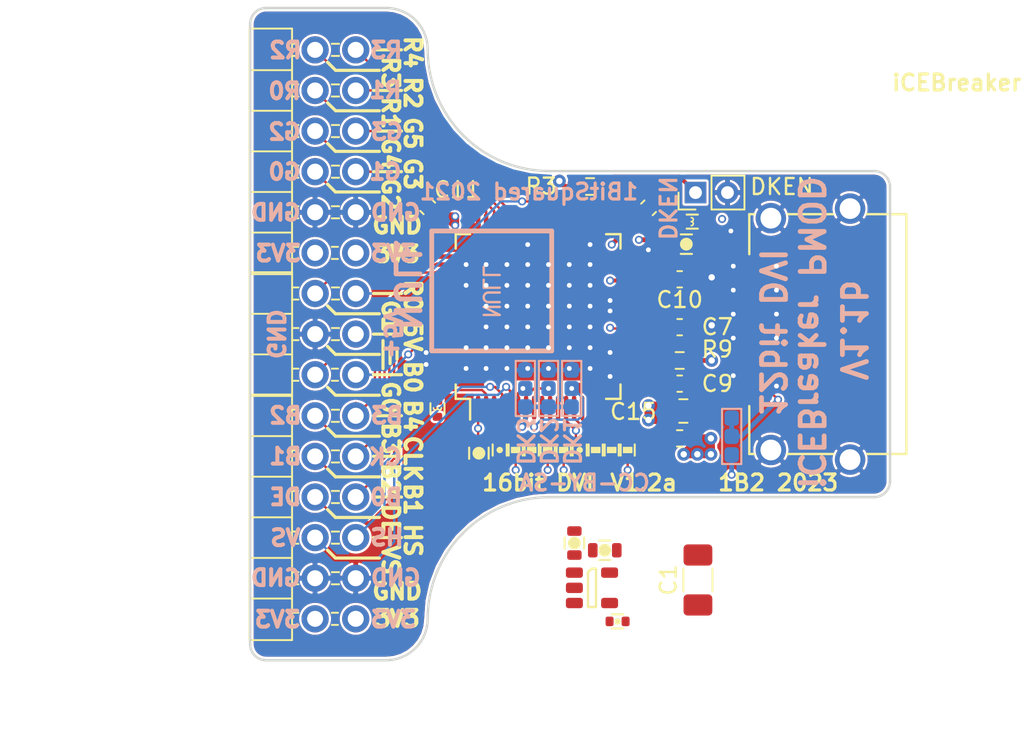
<source format=kicad_pcb>
(kicad_pcb (version 20171130) (host pcbnew "(5.1.12-1-10_14)")
  (title_block (title "iCEBreaker PMOD - 12bit DVI") (rev V1.1a) (company 1BitSquared) (comment 1 "(C) 2018-2021 Piotr Esden-Tempski <piotr@esden.net>") (comment 2 "(C) 2018-2021 1BitSquared <info@1bitsquared.com>") (comment 3 "License: CC-BY-SA V4.0"))
  (layers (0 F.Cu signal) (1 GND.Cu power) (2 3V3.Cu power) (31 B.Cu signal) (34 B.Paste user) (35 F.Paste user) (36 B.SilkS user) (37 F.SilkS user) (38 B.Mask user) (39 F.Mask user) (44 Edge.Cuts user))
  (net 0 "")
  (net 1 GND)
  (net 2 +3V3)
  (net 3 +5V)
  (net 4 "Net-(C3-Pad1)")
  (net 5 /DE)
  (net 6 /VREF)
  (net 7 /HS)
  (net 8 /VS)
  (net 9 /EDGE-HTPLG)
  (net 10 /~PD)
  (net 11 /ISEL-~RST)
  (net 12 /DSEL-SDA)
  (net 13 /BSEL-SCL)
  (net 14 /CK-)
  (net 15 /CK+)
  (net 16 /TVDD)
  (net 17 /D0-)
  (net 18 /D0+)
  (net 19 /D1-)
  (net 20 /D1+)
  (net 21 /D2-)
  (net 22 /D2+)
  (net 23 /DKEN)
  (net 24 /CLK)
  (net 25 /TFADJ)
  (net 26 "Net-(J5-Pad2)")
  (net 27 /B1)
  (net 28 /B2)
  (net 29 /B3)
  (net 30 /G2)
  (net 31 /G3)
  (net 32 /VCC)
  (net 33 /PVCC)
  (net 34 /DK3)
  (net 35 /DK2)
  (net 36 /DK1)
  (net 37 "Net-(J6-Pad13)")
  (net 38 "Net-(J6-Pad14)")
  (net 39 "Net-(J6-Pad15)")
  (net 40 "Net-(J6-Pad16)")
  (net 41 "Net-(J6-Pad19)")
  (net 42 "Net-(U2-Pad11)")
  (net 43 /R4)
  (net 44 /R3)
  (net 45 /R2)
  (net 46 /R1)
  (net 47 /R0)
  (net 48 /G5)
  (net 49 /G4)
  (net 50 /G1)
  (net 51 /G0)
  (net 52 /B4)
  (net 53 /B0)
  (module Inductor_SMD:L_0603_1608Metric_Pad1.05x0.95mm_HandSolder (layer F.Cu) (at 56.85 46.72)
    (fp_text reference L2 hide)
    (fp_text value 600 hide)
    (pad 2 smd roundrect (at 0.875 0) (size 1.05 0.95) (layers F.Cu F.Paste F.Mask) (net 2 +3V3))
    (pad 1 smd roundrect (at -0.875 0) (size 1.05 0.95) (layers F.Cu F.Paste F.Mask) (net 33 /PVCC))
  )
  (module Capacitor_SMD:C_0805_2012Metric_Pad1.18x1.45mm_HandSolder (layer F.Cu) (at 57.08 45.01)
    (fp_text reference C15 hide)
    (fp_text value 10u hide)
    (pad 2 smd roundrect (at 1.0375 0) (size 1.175 1.45) (layers F.Cu F.Paste F.Mask) (roundrect_rratio 0.212766) (net 1 GND))
    (pad 1 smd roundrect (at -1.0375 0) (size 1.175 1.45) (layers F.Cu F.Paste F.Mask) (roundrect_rratio 0.212766) (net 33 /PVCC))
  )
  (module Capacitor_SMD:C_0603_1608Metric_Pad1.08x0.95mm_HandSolder (layer F.Cu) (at 56.85 43.3)
    (fp_text reference C9 hide)
    (fp_text value 100n hide)
    (pad 2 smd roundrect (at 0.8625 0) (size 1.075 0.95) (layers F.Cu F.Paste F.Mask) (net 1 GND))
    (pad 1 smd roundrect (at -0.8625 0) (size 1.075 0.95) (layers F.Cu F.Paste F.Mask) (net 33 /PVCC))
  )
  (module Resistor_SMD:R_0603_1608Metric_Pad0.98x0.95mm_HandSolder (layer F.Cu) (at 56.85 41.85 180)
    (fp_text reference R9 hide)
    (fp_text value 510E hide)
    (pad 2 smd roundrect (at 0.9125 0 180) (size 0.975 0.95) (layers F.Cu F.Paste F.Mask) (net 25 /TFADJ))
    (pad 1 smd roundrect (at -0.9125 0 180) (size 0.975 0.95) (layers F.Cu F.Paste F.Mask) (net 2 +3V3))
  )
  (module Capacitor_SMD:C_0603_1608Metric_Pad1.08x0.95mm_HandSolder (layer F.Cu) (at 56.85 39.7682)
    (fp_text reference C7 hide)
    (fp_text value 100n hide)
    (pad 2 smd roundrect (at 0.8625 0) (size 1.075 0.95) (layers F.Cu F.Paste F.Mask) (net 1 GND))
    (pad 1 smd roundrect (at -0.8625 0) (size 1.075 0.95) (layers F.Cu F.Paste F.Mask) (net 16 /TVDD))
  )
  (module Capacitor_SMD:C_0603_1608Metric_Pad1.08x0.95mm_HandSolder (layer F.Cu) (at 56.85 36.771)
    (fp_text reference C10 hide)
    (fp_text value 100n hide)
    (pad 2 smd roundrect (at 0.8625 0) (size 1.075 0.95) (layers F.Cu F.Paste F.Mask) (net 1 GND))
    (pad 1 smd roundrect (at -0.8625 0) (size 1.075 0.95) (layers F.Cu F.Paste F.Mask) (net 16 /TVDD))
  )
  (module Capacitor_SMD:C_0603_1608Metric_Pad1.08x0.95mm_HandSolder (layer F.Cu) (at 54.9047 32.3006 45)
    (fp_text reference C6 hide)
    (fp_text value 100n hide)
    (pad 2 smd roundrect (at 0.8625 0 45) (size 1.075 0.95) (layers F.Cu F.Paste F.Mask) (net 1 GND))
    (pad 1 smd roundrect (at -0.8625 0 45) (size 1.075 0.95) (layers F.Cu F.Paste F.Mask) (net 32 /VCC))
  )
  (module Resistor_SMD:R_0603_1608Metric_Pad0.98x0.95mm_HandSolder (layer F.Cu) (at 51.2471 30.9671)
    (fp_text reference R3 hide)
    (fp_text value 10k hide)
    (pad 2 smd roundrect (at 0.9125 0) (size 0.975 0.95) (layers F.Cu F.Paste F.Mask) (net 23 /DKEN))
    (pad 1 smd roundrect (at -0.9125 0) (size 0.975 0.95) (layers F.Cu F.Paste F.Mask) (net 2 +3V3))
  )
  (module Connector_PinHeader_2.00mm:PinHeader_1x02_P2.00mm_Vertical (layer F.Cu) (at 57.8384 31.3481 90)
    (fp_text reference J10 hide)
    (fp_text value Jumper_NO_Small hide)
    (pad 2 thru_hole oval (at 0 2 90) (size 1.35 1.35) (drill 0.8) (layers *.Cu *.Mask) (net 1 GND))
    (pad 1 thru_hole rect (at 0 0 90) (size 1.35 1.35) (drill 0.8) (layers *.Cu *.Mask) (net 23 /DKEN))
  )
  (module Capacitor_SMD:C_1206_3216Metric_Pad1.33x1.80mm_HandSolder (layer F.Cu) (at 57.9908 55.5797 90)
    (fp_text reference C1 (at 0 -1.85 90) (layer F.SilkS))
    (fp_text value 10u hide)
    (pad 2 smd roundrect (at 1.5625 0 90) (size 1.325 1.8) (layers F.Cu F.Paste F.Mask) (roundrect_rratio 0.188679) (net 1 GND))
    (pad 1 smd roundrect (at -1.5625 0 90) (size 1.325 1.8) (layers F.Cu F.Paste F.Mask) (roundrect_rratio 0.188679) (net 2 +3V3))
  )
  (module pkl_connectors:PMODHeader_2x06_P2.54mm_Horizontal (layer F.Cu) (at 36.6 58.01 180)
    (fp_text reference J1)
    (fp_text value PMOD hide)
    (pad 6 thru_hole circle (at 0 0 180) (size 1.7 1.7) (drill 1) (layers *.Cu *.Mask) (net 2 +3V3))
    (pad 12 thru_hole oval (at 2.54 0 180) (size 1.7 1.7) (drill 1) (layers *.Cu *.Mask) (net 2 +3V3))
    (pad 5 thru_hole oval (at 0 2.54 180) (size 1.7 1.7) (drill 1) (layers *.Cu *.Mask) (net 1 GND))
    (pad 11 thru_hole oval (at 2.54 2.54 180) (size 1.7 1.7) (drill 1) (layers *.Cu *.Mask) (net 1 GND))
    (pad 4 thru_hole oval (at 0 5.08 180) (size 1.7 1.7) (drill 1) (layers *.Cu *.Mask) (net 7 /HS))
    (pad 10 thru_hole oval (at 2.54 5.08 180) (size 1.7 1.7) (drill 1) (layers *.Cu *.Mask) (net 8 /VS))
    (pad 3 thru_hole oval (at 0 7.62 180) (size 1.7 1.7) (drill 1) (layers *.Cu *.Mask) (net 27 /B1))
    (pad 9 thru_hole oval (at 2.54 7.62 180) (size 1.7 1.7) (drill 1) (layers *.Cu *.Mask) (net 5 /DE))
    (pad 2 thru_hole oval (at 0 10.16 180) (size 1.7 1.7) (drill 1) (layers *.Cu *.Mask) (net 24 /CLK))
    (pad 8 thru_hole oval (at 2.54 10.16 180) (size 1.7 1.7) (drill 1) (layers *.Cu *.Mask) (net 28 /B2))
    (pad 1 thru_hole oval (at 0 12.7 180) (size 1.7 1.7) (drill 1) (layers *.Cu *.Mask) (net 52 /B4))
    (pad 7 thru_hole circle (at 2.54 12.7 180) (size 1.7 1.7) (drill 1) (layers *.Cu *.Mask) (net 29 /B3))
  )
  (module pkl_connectors:PMODHeader_2x06_P2.54mm_Horizontal (layer F.Cu) (at 36.6 35.12 180)
    (fp_text reference J2)
    (fp_text value PMOD)
    (pad 6 thru_hole circle (at 0 0 180) (size 1.7 1.7) (drill 1) (layers *.Cu *.Mask) (net 2 +3V3))
    (pad 12 thru_hole oval (at 2.54 0 180) (size 1.7 1.7) (drill 1) (layers *.Cu *.Mask) (net 2 +3V3))
    (pad 5 thru_hole oval (at 0 2.54 180) (size 1.7 1.7) (drill 1) (layers *.Cu *.Mask) (net 1 GND))
    (pad 11 thru_hole oval (at 2.54 2.54 180) (size 1.7 1.7) (drill 1) (layers *.Cu *.Mask) (net 1 GND))
    (pad 4 thru_hole oval (at 0 5.08 180) (size 1.7 1.7) (drill 1) (layers *.Cu *.Mask) (net 31 /G3))
    (pad 10 thru_hole oval (at 2.54 5.08 180) (size 1.7 1.7) (drill 1) (layers *.Cu *.Mask) (net 30 /G2))
    (pad 3 thru_hole oval (at 0 7.62 180) (size 1.7 1.7) (drill 1) (layers *.Cu *.Mask) (net 48 /G5))
    (pad 9 thru_hole oval (at 2.54 7.62 180) (size 1.7 1.7) (drill 1) (layers *.Cu *.Mask) (net 49 /G4))
    (pad 2 thru_hole oval (at 0 10.16 180) (size 1.7 1.7) (drill 1) (layers *.Cu *.Mask) (net 45 /R2))
    (pad 8 thru_hole oval (at 2.54 10.16 180) (size 1.7 1.7) (drill 1) (layers *.Cu *.Mask) (net 46 /R1))
    (pad 1 thru_hole oval (at 0 12.7 180) (size 1.7 1.7) (drill 1) (layers *.Cu *.Mask) (net 43 /R4))
    (pad 7 thru_hole circle (at 2.54 12.7 180) (size 1.7 1.7) (drill 1) (layers *.Cu *.Mask) (net 44 /R3))
  )
  (module Capacitor_SMD:C_0603_1608Metric_Pad1.08x0.95mm_HandSolder (layer F.Cu) (at 41.0998 32.2371 135)
    (fp_text reference C11 hide)
    (fp_text value 100n hide)
    (pad 2 smd roundrect (at 0.8625 0 135) (size 1.075 0.95) (layers F.Cu F.Paste F.Mask) (net 1 GND))
    (pad 1 smd roundrect (at -0.8625 0 135) (size 1.075 0.95) (layers F.Cu F.Paste F.Mask) (net 33 /PVCC))
  )
  (module Connector_PinHeader_2.54mm:PinHeader_2x03_P2.54mm_Horizontal (layer F.Cu) (at 36.604 42.74 180)
    (fp_text reference J4 hide)
    (fp_text value Conn_02x03_Odd_Even hide)
    (pad 6 thru_hole oval (at 2.54 5.08 180) (size 1.7 1.7) (drill 1) (layers *.Cu *.Mask) (net 50 /G1))
    (pad 5 thru_hole oval (at 0 5.08 180) (size 1.7 1.7) (drill 1) (layers *.Cu *.Mask) (net 47 /R0))
    (pad 4 thru_hole oval (at 2.54 2.54 180) (size 1.7 1.7) (drill 1) (layers *.Cu *.Mask) (net 1 GND))
    (pad 3 thru_hole oval (at 0 2.54 180) (size 1.7 1.7) (drill 1) (layers *.Cu *.Mask) (net 3 +5V))
    (pad 2 thru_hole oval (at 2.54 0 180) (size 1.7 1.7) (drill 1) (layers *.Cu *.Mask) (net 51 /G0))
    (pad 1 thru_hole oval (at 0 0 180) (size 1.7 1.7) (drill 1) (layers *.Cu *.Mask) (net 53 /B0))
  )
  (module pkl_connectors:HDMI-10029449-111RLF (layer F.Cu) (at 62.5 40.2 90)
    (fp_text reference J6)
    (fp_text value HDMI_A_1.4 hide)
    (pad SH thru_hole circle (at -7.85 5 90) (size 1.9 1.9) (drill 1.3) (layers *.Cu *.Mask) (net 1 GND))
    (pad SH thru_hole circle (at 7.85 5 90) (size 1.9 1.9) (drill 1.3) (layers *.Cu *.Mask) (net 1 GND))
    (pad SH thru_hole circle (at 7.25 0.05 90) (size 1.9 1.9) (drill 1.3) (layers *.Cu *.Mask) (net 1 GND))
    (pad SH thru_hole circle (at -7.25 0.05 90) (size 1.9 1.9) (drill 1.3) (layers *.Cu *.Mask) (net 1 GND))
    (pad 2 smd roundrect (at 4.25 -0.95 90) (size 0.28 1.9) (layers F.Cu F.Paste F.Mask) (net 1 GND))
    (pad 3 smd roundrect (at 3.75 -0.95 90) (size 0.28 1.9) (layers F.Cu F.Paste F.Mask) (net 21 /D2-))
    (pad 4 smd roundrect (at 3.25 -0.95 90) (size 0.28 1.9) (layers F.Cu F.Paste F.Mask) (net 20 /D1+))
    (pad 5 smd roundrect (at 2.75 -0.95 90) (size 0.28 1.9) (layers F.Cu F.Paste F.Mask) (net 1 GND))
    (pad 6 smd roundrect (at 2.25 -0.95 90) (size 0.28 1.9) (layers F.Cu F.Paste F.Mask) (net 19 /D1-))
    (pad 7 smd roundrect (at 1.75 -0.95 90) (size 0.28 1.9) (layers F.Cu F.Paste F.Mask) (net 18 /D0+))
    (pad 8 smd roundrect (at 1.25 -0.95 90) (size 0.28 1.9) (layers F.Cu F.Paste F.Mask) (net 1 GND))
    (pad 9 smd roundrect (at 0.75 -0.95 90) (size 0.28 1.9) (layers F.Cu F.Paste F.Mask) (net 17 /D0-))
    (pad 10 smd roundrect (at 0.25 -0.95 90) (size 0.28 1.9) (layers F.Cu F.Paste F.Mask) (net 15 /CK+))
    (pad 11 smd roundrect (at -0.25 -0.95 90) (size 0.28 1.9) (layers F.Cu F.Paste F.Mask) (net 1 GND))
    (pad 12 smd roundrect (at -0.75 -0.95 90) (size 0.28 1.9) (layers F.Cu F.Paste F.Mask) (net 14 /CK-))
    (pad 13 smd roundrect (at -1.25 -0.95 90) (size 0.28 1.9) (layers F.Cu F.Paste F.Mask) (net 37 "Net-(J6-Pad13)"))
    (pad 14 smd roundrect (at -1.75 -0.95 90) (size 0.28 1.9) (layers F.Cu F.Paste F.Mask) (net 38 "Net-(J6-Pad14)"))
    (pad 15 smd roundrect (at -2.25 -0.95 90) (size 0.28 1.9) (layers F.Cu F.Paste F.Mask) (net 39 "Net-(J6-Pad15)"))
    (pad 16 smd roundrect (at -2.75 -0.95 90) (size 0.28 1.9) (layers F.Cu F.Paste F.Mask) (net 40 "Net-(J6-Pad16)"))
    (pad 17 smd roundrect (at -3.25 -0.95 90) (size 0.28 1.9) (layers F.Cu F.Paste F.Mask) (net 1 GND))
    (pad 18 smd roundrect (at -3.75 -0.95 90) (size 0.28 1.9) (layers F.Cu F.Paste F.Mask) (net 26 "Net-(J5-Pad2)"))
    (pad 1 smd roundrect (at 4.75 -0.95 90) (size 0.28 1.9) (layers F.Cu F.Paste F.Mask) (net 22 /D2+))
    (pad 19 smd roundrect (at -4.25 -0.95 90) (size 0.28 1.9) (layers F.Cu F.Paste F.Mask) (net 41 "Net-(J6-Pad19)"))
  )
  (module pkl_housings_qfp:TQFP-64-1EP_10x10mm_P0.5mm_EP5x5mm (layer F.Cu) (at 48 39.1 90)
    (fp_text reference U2)
    (fp_text value SII164)
    (pad 65 thru_hole circle (at -1.95 3.25 90) (size 0.5 0.5) (drill 0.3) (layers *.Cu) (net 1 GND))
    (pad 65 thru_hole circle (at -3.25 3.25 90) (size 0.5 0.5) (drill 0.3) (layers *.Cu) (net 1 GND))
    (pad 65 thru_hole circle (at 0.65 3.25 90) (size 0.5 0.5) (drill 0.3) (layers *.Cu) (net 1 GND))
    (pad 65 thru_hole circle (at -0.65 3.25 90) (size 0.5 0.5) (drill 0.3) (layers *.Cu) (net 1 GND))
    (pad 65 thru_hole circle (at 3.25 3.25 90) (size 0.5 0.5) (drill 0.3) (layers *.Cu) (net 1 GND))
    (pad 65 thru_hole circle (at 1.95 3.25 90) (size 0.5 0.5) (drill 0.3) (layers *.Cu) (net 1 GND))
    (pad 65 thru_hole circle (at -1.95 1.95 90) (size 0.5 0.5) (drill 0.3) (layers *.Cu) (net 1 GND))
    (pad 65 thru_hole circle (at -3.25 1.95 90) (size 0.5 0.5) (drill 0.3) (layers *.Cu) (net 1 GND))
    (pad 65 thru_hole circle (at 0.65 1.95 90) (size 0.5 0.5) (drill 0.3) (layers *.Cu) (net 1 GND))
    (pad 65 thru_hole circle (at -0.65 1.95 90) (size 0.5 0.5) (drill 0.3) (layers *.Cu) (net 1 GND))
    (pad 65 thru_hole circle (at 3.25 1.95 90) (size 0.5 0.5) (drill 0.3) (layers *.Cu) (net 1 GND))
    (pad 65 thru_hole circle (at 1.95 1.95 90) (size 0.5 0.5) (drill 0.3) (layers *.Cu) (net 1 GND))
    (pad 65 thru_hole circle (at -3.25 0.65 90) (size 0.5 0.5) (drill 0.3) (layers *.Cu) (net 1 GND))
    (pad 65 thru_hole circle (at 0.65 0.65 90) (size 0.5 0.5) (drill 0.3) (layers *.Cu) (net 1 GND))
    (pad 65 thru_hole circle (at -0.65 0.65 90) (size 0.5 0.5) (drill 0.3) (layers *.Cu) (net 1 GND))
    (pad 65 thru_hole circle (at 1.95 0.65 90) (size 0.5 0.5) (drill 0.3) (layers *.Cu) (net 1 GND))
    (pad 65 thru_hole circle (at -1.95 0.65 90) (size 0.5 0.5) (drill 0.3) (layers *.Cu) (net 1 GND))
    (pad 65 thru_hole circle (at 3.25 0.65 90) (size 0.5 0.5) (drill 0.3) (layers *.Cu) (net 1 GND))
    (pad 65 thru_hole circle (at -3.25 -0.65 90) (size 0.5 0.5) (drill 0.3) (layers *.Cu) (net 1 GND))
    (pad 65 thru_hole circle (at 0.65 -0.65 90) (size 0.5 0.5) (drill 0.3) (layers *.Cu) (net 1 GND))
    (pad 65 thru_hole circle (at -0.65 -0.65 90) (size 0.5 0.5) (drill 0.3) (layers *.Cu) (net 1 GND))
    (pad 65 thru_hole circle (at 1.95 -0.65 90) (size 0.5 0.5) (drill 0.3) (layers *.Cu) (net 1 GND))
    (pad 65 thru_hole circle (at -1.95 -0.65 90) (size 0.5 0.5) (drill 0.3) (layers *.Cu) (net 1 GND))
    (pad 65 thru_hole circle (at 3.25 -0.65 90) (size 0.5 0.5) (drill 0.3) (layers *.Cu) (net 1 GND))
    (pad 65 thru_hole circle (at 1.95 -1.95 90) (size 0.5 0.5) (drill 0.3) (layers *.Cu) (net 1 GND))
    (pad 65 thru_hole circle (at -1.95 -1.95 90) (size 0.5 0.5) (drill 0.3) (layers *.Cu) (net 1 GND))
    (pad 65 thru_hole circle (at 3.25 -1.95 90) (size 0.5 0.5) (drill 0.3) (layers *.Cu) (net 1 GND))
    (pad 65 thru_hole circle (at -3.25 -1.95 90) (size 0.5 0.5) (drill 0.3) (layers *.Cu) (net 1 GND))
    (pad 65 thru_hole circle (at 0.65 -1.95 90) (size 0.5 0.5) (drill 0.3) (layers *.Cu) (net 1 GND))
    (pad 65 thru_hole circle (at -0.65 -1.95 90) (size 0.5 0.5) (drill 0.3) (layers *.Cu) (net 1 GND))
    (pad 65 thru_hole circle (at 3.25 -3.25 90) (size 0.5 0.5) (drill 0.3) (layers *.Cu) (net 1 GND))
    (pad 65 thru_hole circle (at 1.95 -3.25 90) (size 0.5 0.5) (drill 0.3) (layers *.Cu) (net 1 GND))
    (pad 65 thru_hole circle (at 0.65 -3.25 90) (size 0.5 0.5) (drill 0.3) (layers *.Cu) (net 1 GND))
    (pad 65 thru_hole circle (at -0.65 -3.25 90) (size 0.5 0.5) (drill 0.3) (layers *.Cu) (net 1 GND))
    (pad 65 thru_hole circle (at -1.95 -3.25 90) (size 0.5 0.5) (drill 0.3) (layers *.Cu) (net 1 GND))
    (pad 65 thru_hole circle (at -3.25 -3.25 90) (size 0.5 0.5) (drill 0.3) (layers *.Cu) (net 1 GND))
    (pad 65 smd rect (at 0 0 90) (size 8 8) (layers F.Cu) (net 1 GND))
    (pad 64 smd oval (at -3.75 -5.7 90) (size 0.28 1.5) (layers F.Cu F.Paste F.Mask) (net 1 GND))
    (pad 63 smd oval (at -3.25 -5.7 90) (size 0.28 1.5) (layers F.Cu F.Paste F.Mask) (net 1 GND))
    (pad 62 smd oval (at -2.75 -5.7 90) (size 0.28 1.5) (layers F.Cu F.Paste F.Mask) (net 1 GND))
    (pad 61 smd oval (at -2.25 -5.7 90) (size 0.28 1.5) (layers F.Cu F.Paste F.Mask) (net 1 GND))
    (pad 60 smd oval (at -1.75 -5.7 90) (size 0.28 1.5) (layers F.Cu F.Paste F.Mask) (net 53 /B0))
    (pad 59 smd oval (at -1.25 -5.7 90) (size 0.28 1.5) (layers F.Cu F.Paste F.Mask) (net 27 /B1))
    (pad 58 smd oval (at -0.75 -5.7 90) (size 0.28 1.5) (layers F.Cu F.Paste F.Mask) (net 28 /B2))
    (pad 57 smd oval (at -0.25 -5.7 90) (size 0.28 1.5) (layers F.Cu F.Paste F.Mask) (net 24 /CLK))
    (pad 56 smd oval (at 0.25 -5.7 90) (size 0.28 1.5) (layers F.Cu F.Paste F.Mask) (net 1 GND))
    (pad 55 smd oval (at 0.75 -5.7 90) (size 0.28 1.5) (layers F.Cu F.Paste F.Mask) (net 29 /B3))
    (pad 54 smd oval (at 1.25 -5.7 90) (size 0.28 1.5) (layers F.Cu F.Paste F.Mask) (net 52 /B4))
    (pad 53 smd oval (at 1.75 -5.7 90) (size 0.28 1.5) (layers F.Cu F.Paste F.Mask) (net 1 GND))
    (pad 52 smd oval (at 2.25 -5.7 90) (size 0.28 1.5) (layers F.Cu F.Paste F.Mask) (net 1 GND))
    (pad 51 smd oval (at 2.75 -5.7 90) (size 0.28 1.5) (layers F.Cu F.Paste F.Mask) (net 51 /G0))
    (pad 50 smd oval (at 3.25 -5.7 90) (size 0.28 1.5) (layers F.Cu F.Paste F.Mask) (net 50 /G1))
    (pad 49 smd oval (at 3.75 -5.7 90) (size 0.28 1.5) (layers F.Cu F.Paste F.Mask) (net 33 /PVCC))
    (pad 48 smd oval (at 5.7 -3.75 180) (size 0.28 1.5) (layers F.Cu F.Paste F.Mask) (net 1 GND))
    (pad 47 smd oval (at 5.7 -3.25 180) (size 0.28 1.5) (layers F.Cu F.Paste F.Mask) (net 30 /G2))
    (pad 46 smd oval (at 5.7 -2.75 180) (size 0.28 1.5) (layers F.Cu F.Paste F.Mask) (net 31 /G3))
    (pad 45 smd oval (at 5.7 -2.25 180) (size 0.28 1.5) (layers F.Cu F.Paste F.Mask) (net 49 /G4))
    (pad 44 smd oval (at 5.7 -1.75 180) (size 0.28 1.5) (layers F.Cu F.Paste F.Mask) (net 48 /G5))
    (pad 43 smd oval (at 5.7 -1.25 180) (size 0.28 1.5) (layers F.Cu F.Paste F.Mask) (net 1 GND))
    (pad 42 smd oval (at 5.7 -0.75 180) (size 0.28 1.5) (layers F.Cu F.Paste F.Mask) (net 1 GND))
    (pad 41 smd oval (at 5.7 -0.25 180) (size 0.28 1.5) (layers F.Cu F.Paste F.Mask) (net 1 GND))
    (pad 40 smd oval (at 5.7 0.25 180) (size 0.28 1.5) (layers F.Cu F.Paste F.Mask) (net 47 /R0))
    (pad 39 smd oval (at 5.7 0.75 180) (size 0.28 1.5) (layers F.Cu F.Paste F.Mask) (net 46 /R1))
    (pad 38 smd oval (at 5.7 1.25 180) (size 0.28 1.5) (layers F.Cu F.Paste F.Mask) (net 45 /R2))
    (pad 37 smd oval (at 5.7 1.75 180) (size 0.28 1.5) (layers F.Cu F.Paste F.Mask) (net 44 /R3))
    (pad 36 smd oval (at 5.7 2.25 180) (size 0.28 1.5) (layers F.Cu F.Paste F.Mask) (net 43 /R4))
    (pad 35 smd oval (at 5.7 2.75 180) (size 0.28 1.5) (layers F.Cu F.Paste F.Mask) (net 23 /DKEN))
    (pad 34 smd oval (at 5.7 3.25 180) (size 0.28 1.5) (layers F.Cu F.Paste F.Mask) (net 1 GND))
    (pad 33 smd oval (at 5.7 3.75 180) (size 0.28 1.5) (layers F.Cu F.Paste F.Mask) (net 32 /VCC))
    (pad 32 smd oval (at 3.75 5.7 90) (size 0.28 1.5) (layers F.Cu F.Paste F.Mask) (net 1 GND))
    (pad 31 smd oval (at 3.25 5.7 90) (size 0.28 1.5) (layers F.Cu F.Paste F.Mask) (net 22 /D2+))
    (pad 30 smd oval (at 2.75 5.7 90) (size 0.28 1.5) (layers F.Cu F.Paste F.Mask) (net 21 /D2-))
    (pad 29 smd oval (at 2.25 5.7 90) (size 0.28 1.5) (layers F.Cu F.Paste F.Mask) (net 16 /TVDD))
    (pad 28 smd oval (at 1.75 5.7 90) (size 0.28 1.5) (layers F.Cu F.Paste F.Mask) (net 20 /D1+))
    (pad 27 smd oval (at 1.25 5.7 90) (size 0.28 1.5) (layers F.Cu F.Paste F.Mask) (net 19 /D1-))
    (pad 26 smd oval (at 0.75 5.7 90) (size 0.28 1.5) (layers F.Cu F.Paste F.Mask) (net 1 GND))
    (pad 25 smd oval (at 0.25 5.7 90) (size 0.28 1.5) (layers F.Cu F.Paste F.Mask) (net 18 /D0+))
    (pad 24 smd oval (at -0.25 5.7 90) (size 0.28 1.5) (layers F.Cu F.Paste F.Mask) (net 17 /D0-))
    (pad 23 smd oval (at -0.75 5.7 90) (size 0.28 1.5) (layers F.Cu F.Paste F.Mask) (net 16 /TVDD))
    (pad 22 smd oval (at -1.25 5.7 90) (size 0.28 1.5) (layers F.Cu F.Paste F.Mask) (net 15 /CK+))
    (pad 21 smd oval (at -1.75 5.7 90) (size 0.28 1.5) (layers F.Cu F.Paste F.Mask) (net 14 /CK-))
    (pad 20 smd oval (at -2.25 5.7 90) (size 0.28 1.5) (layers F.Cu F.Paste F.Mask) (net 1 GND))
    (pad 19 smd oval (at -2.75 5.7 90) (size 0.28 1.5) (layers F.Cu F.Paste F.Mask) (net 25 /TFADJ))
    (pad 18 smd oval (at -3.25 5.7 90) (size 0.28 1.5) (layers F.Cu F.Paste F.Mask) (net 33 /PVCC))
    (pad 17 smd oval (at -3.75 5.7 90) (size 0.28 1.5) (layers F.Cu F.Paste F.Mask) (net 1 GND))
    (pad 16 smd oval (at -5.7 3.75 180) (size 0.28 1.5) (layers F.Cu F.Paste F.Mask) (net 1 GND))
    (pad 15 smd oval (at -5.7 3.25 180) (size 0.28 1.5) (layers F.Cu F.Paste F.Mask) (net 13 /BSEL-SCL))
    (pad 14 smd oval (at -5.7 2.75 180) (size 0.28 1.5) (layers F.Cu F.Paste F.Mask) (net 12 /DSEL-SDA))
    (pad 13 smd oval (at -5.7 2.25 180) (size 0.28 1.5) (layers F.Cu F.Paste F.Mask) (net 11 /ISEL-~RST))
    (pad 12 smd oval (at -5.7 1.75 180) (size 0.28 1.5) (layers F.Cu F.Paste F.Mask) (net 32 /VCC))
    (pad 11 smd oval (at -5.7 1.25 180) (size 0.28 1.5) (layers F.Cu F.Paste F.Mask) (net 42 "Net-(U2-Pad11)"))
    (pad 10 smd oval (at -5.7 0.75 180) (size 0.28 1.5) (layers F.Cu F.Paste F.Mask) (net 10 /~PD))
    (pad 9 smd oval (at -5.7 0.25 180) (size 0.28 1.5) (layers F.Cu F.Paste F.Mask) (net 9 /EDGE-HTPLG))
    (pad 8 smd oval (at -5.7 -0.25 180) (size 0.28 1.5) (layers F.Cu F.Paste F.Mask) (net 36 /DK1))
    (pad 7 smd oval (at -5.7 -0.75 180) (size 0.28 1.5) (layers F.Cu F.Paste F.Mask) (net 35 /DK2))
    (pad 6 smd oval (at -5.7 -1.25 180) (size 0.28 1.5) (layers F.Cu F.Paste F.Mask) (net 34 /DK3))
    (pad 5 smd oval (at -5.7 -1.75 180) (size 0.28 1.5) (layers F.Cu F.Paste F.Mask) (net 8 /VS))
    (pad 4 smd oval (at -5.7 -2.25 180) (size 0.28 1.5) (layers F.Cu F.Paste F.Mask) (net 7 /HS))
    (pad 3 smd oval (at -5.7 -2.75 180) (size 0.28 1.5) (layers F.Cu F.Paste F.Mask) (net 6 /VREF))
    (pad 2 smd oval (at -5.7 -3.25 180) (size 0.28 1.5) (layers F.Cu F.Paste F.Mask) (net 5 /DE))
    (pad 1 smd oval (at -5.7 -3.75 180) (size 0.28 1.5) (layers F.Cu F.Paste F.Mask) (net 32 /VCC))
  )
  (module pkl_logos:null_Logo_SilkS_7.5mm (layer B.Cu) (at 45.1 37.5 90)
    (fp_text reference REF**)
    (fp_text value null_Logo_SilkS_7.5mm)
  )
  (module pkl_jumpers:J_0903 (layer B.Cu) (at 47.2 43.6 90)
    (fp_text reference J7)
    (fp_text value sj)
    (pad 3 smd roundrect (at 1.15 0 90) (size 0.95 0.9) (layers B.Cu B.Mask) (net 1 GND))
    (pad 2 smd roundrect (at 0 0 90) (size 0.95 0.9) (layers B.Cu B.Mask) (net 34 /DK3))
    (pad 1 smd roundrect (at -1.15 0 90) (size 0.95 0.9) (layers B.Cu B.Mask) (net 2 +3V3))
  )
  (module pkl_jumpers:J_0903 (layer B.Cu) (at 50.1 43.6 90)
    (fp_text reference J9)
    (fp_text value sj)
    (pad 3 smd roundrect (at 1.15 0 90) (size 0.95 0.9) (layers B.Cu B.Mask) (net 1 GND))
    (pad 2 smd roundrect (at 0 0 90) (size 0.95 0.9) (layers B.Cu B.Mask) (net 36 /DK1))
    (pad 1 smd roundrect (at -1.15 0 90) (size 0.95 0.9) (layers B.Cu B.Mask) (net 2 +3V3))
  )
  (module pkl_jumpers:J_0903 (layer B.Cu) (at 48.65 43.6 90)
    (fp_text reference J8)
    (fp_text value sj)
    (pad 3 smd roundrect (at 1.15 0 90) (size 0.95 0.9) (layers B.Cu B.Mask) (net 1 GND))
    (pad 2 smd roundrect (at 0 0 90) (size 0.95 0.9) (layers B.Cu B.Mask) (net 35 /DK2))
    (pad 1 smd roundrect (at -1.15 0 90) (size 0.95 0.9) (layers B.Cu B.Mask) (net 2 +3V3))
  )
  (module pkl_jumpers:J_NCNO_0903_30 (layer B.Cu) (at 60.1 46.6 270)
    (fp_text reference J5)
    (fp_text value 3v3_5v_sel)
    (fp_line (start -0.775 0) (end -0.375 0) (layer B.Cu) (width 0.3))
    (pad 1 smd roundrect (at -1.15 0 270) (size 0.95 0.9) (layers B.Cu B.Paste B.Mask) (net 2 +3V3))
    (pad 2 smd roundrect (at 0 0 270) (size 0.95 0.9) (layers B.Cu B.Paste B.Mask) (net 26 "Net-(J5-Pad2)"))
    (pad 3 smd roundrect (at 1.15 0 270) (size 0.95 0.9) (layers B.Cu B.Paste B.Mask) (net 3 +5V))
  )
  (module pkl_dipol:C_0402 (layer F.Cu) (at 45.6 47.45 270)
    (fp_text reference C8)
    (fp_text value 100n)
    (pad 2 smd roundrect (at 0.5 0 270) (size 0.5 0.6) (layers F.Cu F.Paste F.Mask) (net 1 GND))
    (pad 1 smd roundrect (at -0.5 0 270) (size 0.5 0.6) (layers F.Cu F.Paste F.Mask) (net 32 /VCC))
  )
  (module pkl_dipol:C_0402 (layer F.Cu) (at 50.6 47.45 270)
    (fp_text reference C5)
    (fp_text value 100n)
    (pad 2 smd roundrect (at 0.5 0 270) (size 0.5 0.6) (layers F.Cu F.Paste F.Mask) (net 1 GND))
    (pad 1 smd roundrect (at -0.5 0 270) (size 0.5 0.6) (layers F.Cu F.Paste F.Mask) (net 32 /VCC))
  )
  (module pkl_dipol:C_0402 (layer F.Cu) (at 52.968 58.171)
    (fp_text reference C3)
    (fp_text value 470p)
    (pad 1 smd roundrect (at -0.5 0) (size 0.5 0.6) (layers F.Cu F.Paste F.Mask) (net 4 "Net-(C3-Pad1)"))
    (pad 2 smd roundrect (at 0.5 0) (size 0.5 0.6) (layers F.Cu F.Paste F.Mask) (net 1 GND))
  )
  (module pkl_dipol:C_0603 (layer F.Cu) (at 44.3 47.65 270)
    (fp_text reference C14)
    (fp_text value 10u)
    (pad 2 smd roundrect (at 0.75 0 270) (size 0.6 0.9) (layers F.Cu F.Paste F.Mask) (net 1 GND))
    (pad 1 smd roundrect (at -0.75 0 270) (size 0.6 0.9) (layers F.Cu F.Paste F.Mask) (net 32 /VCC))
  )
  (module pkl_dipol:C_0603 (layer F.Cu) (at 57.2669 34.5739)
    (fp_text reference C16)
    (fp_text value 10u)
    (pad 1 smd roundrect (at -0.75 0) (size 0.6 0.9) (layers F.Cu F.Paste F.Mask) (net 16 /TVDD))
    (pad 2 smd roundrect (at 0.75 0) (size 0.6 0.9) (layers F.Cu F.Paste F.Mask) (net 1 GND))
  )
  (module pkl_dipol:C_0603 (layer F.Cu) (at 50.268 53.271 90)
    (fp_text reference C2)
    (fp_text value 4u7)
    (pad 1 smd roundrect (at -0.75 0 90) (size 0.6 0.9) (layers F.Cu F.Paste F.Mask) (net 3 +5V))
    (pad 2 smd roundrect (at 0.75 0 90) (size 0.6 0.9) (layers F.Cu F.Paste F.Mask) (net 1 GND))
  )
  (module pkl_dipol:C_0603 (layer F.Cu) (at 52.168 53.721 180)
    (fp_text reference C4)
    (fp_text value 4u7)
    (pad 1 smd roundrect (at -0.75 0 180) (size 0.6 0.9) (layers F.Cu F.Paste F.Mask) (net 2 +3V3))
    (pad 2 smd roundrect (at 0.75 0 180) (size 0.6 0.9) (layers F.Cu F.Paste F.Mask) (net 1 GND))
  )
  (module pkl_dipol:L_0402 (layer F.Cu) (at 57.6352 33.1642 180)
    (fp_text reference L3)
    (fp_text value 600)
    (pad 1 smd roundrect (at -0.5 0 180) (size 0.5 0.6) (layers F.Cu F.Paste F.Mask) (net 2 +3V3))
    (pad 2 smd roundrect (at 0.5 0 180) (size 0.5 0.6) (layers F.Cu F.Paste F.Mask) (net 16 /TVDD))
  )
  (module pkl_dipol:L_0402 (layer F.Cu) (at 41.7094 44.8736 90)
    (fp_text reference L1)
    (fp_text value 600)
    (pad 2 smd roundrect (at 0.5 0 90) (size 0.5 0.6) (layers F.Cu F.Paste F.Mask) (net 32 /VCC))
    (pad 1 smd roundrect (at -0.5 0 90) (size 0.5 0.6) (layers F.Cu F.Paste F.Mask) (net 2 +3V3))
  )
  (module pkl_dipol:R_0402 (layer F.Cu) (at 52.6 47.45 270)
    (fp_text reference R8)
    (fp_text value 10k)
    (pad 2 smd roundrect (at 0.5 0 270) (size 0.5 0.6) (layers F.Cu F.Paste F.Mask) (net 1 GND))
    (pad 1 smd roundrect (at -0.5 0 270) (size 0.5 0.6) (layers F.Cu F.Paste F.Mask) (net 12 /DSEL-SDA))
  )
  (module pkl_dipol:R_0402 (layer F.Cu) (at 51.6 47.45 270)
    (fp_text reference R7)
    (fp_text value 10k)
    (pad 1 smd roundrect (at -0.5 0 270) (size 0.5 0.6) (layers F.Cu F.Paste F.Mask) (net 11 /ISEL-~RST))
    (pad 2 smd roundrect (at 0.5 0 270) (size 0.5 0.6) (layers F.Cu F.Paste F.Mask) (net 1 GND))
  )
  (module pkl_dipol:R_0402 (layer F.Cu) (at 47.6 47.45 270)
    (fp_text reference R6)
    (fp_text value DNP)
    (pad 2 smd roundrect (at 0.5 0 270) (size 0.5 0.6) (layers F.Cu F.Paste F.Mask) (net 1 GND))
    (pad 1 smd roundrect (at -0.5 0 270) (size 0.5 0.6) (layers F.Cu F.Paste F.Mask) (net 6 /VREF))
  )
  (module pkl_dipol:R_0402 (layer F.Cu) (at 46.6 47.45 90)
    (fp_text reference R5)
    (fp_text value 33k)
    (pad 1 smd roundrect (at -0.5 0 90) (size 0.5 0.6) (layers F.Cu F.Paste F.Mask) (net 2 +3V3))
    (pad 2 smd roundrect (at 0.5 0 90) (size 0.5 0.6) (layers F.Cu F.Paste F.Mask) (net 6 /VREF))
  )
  (module pkl_dipol:R_0402 (layer F.Cu) (at 53.6 47.45 90)
    (fp_text reference R1)
    (fp_text value 10k)
    (pad 2 smd roundrect (at 0.5 0 90) (size 0.5 0.6) (layers F.Cu F.Paste F.Mask) (net 13 /BSEL-SCL))
    (pad 1 smd roundrect (at -0.5 0 90) (size 0.5 0.6) (layers F.Cu F.Paste F.Mask) (net 2 +3V3))
  )
  (module pkl_dipol:R_0402 (layer F.Cu) (at 49.6 47.45 90)
    (fp_text reference R2)
    (fp_text value 10k)
    (pad 1 smd roundrect (at -0.5 0 90) (size 0.5 0.6) (layers F.Cu F.Paste F.Mask) (net 2 +3V3))
    (pad 2 smd roundrect (at 0.5 0 90) (size 0.5 0.6) (layers F.Cu F.Paste F.Mask) (net 10 /~PD))
  )
  (module pkl_dipol:R_0402 (layer F.Cu) (at 48.6 47.45 90)
    (fp_text reference R4)
    (fp_text value 10k)
    (pad 1 smd roundrect (at -0.5 0 90) (size 0.5 0.6) (layers F.Cu F.Paste F.Mask) (net 2 +3V3))
    (pad 2 smd roundrect (at 0.5 0 90) (size 0.5 0.6) (layers F.Cu F.Paste F.Mask) (net 9 /EDGE-HTPLG))
  )
  (module pkl_housings_sot:SOT-23-5 (layer F.Cu) (at 51.368 56.070999 180)
    (fp_text reference U1)
    (fp_text value VREG_3V3)
    (pad 1 smd roundrect (at 1.1 0.95) (size 1.06 0.65) (layers F.Cu F.Paste F.Mask) (net 3 +5V))
    (pad 2 smd roundrect (at 1.1 0) (size 1.06 0.65) (layers F.Cu F.Paste F.Mask) (net 1 GND))
    (pad 3 smd roundrect (at 1.1 -0.95) (size 1.06 0.65) (layers F.Cu F.Paste F.Mask) (net 3 +5V))
    (pad 4 smd roundrect (at -1.1 -0.95) (size 1.06 0.65) (layers F.Cu F.Paste F.Mask) (net 4 "Net-(C3-Pad1)"))
    (pad 5 smd roundrect (at -1.1 0.95) (size 1.06 0.65) (layers F.Cu F.Paste F.Mask) (net 2 +3V3))
  )
  (gr_text G0 (at 38.7757 44.16494 -90) (layer F.SilkS) (effects (font (size 1 1) (thickness 0.25))))
  (gr_text C15 (at 53.95 45.05) (layer F.SilkS) (effects (font (size 1 1))))
  (gr_text C9 (at 59.2 43.3) (layer F.SilkS) (effects (font (size 1 1))))
  (gr_text R9 (at 59.2 41.15) (layer F.SilkS) (effects (font (size 1 1))))
  (gr_text C7 (at 59.2 39.75) (layer F.SilkS) (effects (font (size 1 1))))
  (gr_text C10 (at 56.85 38.05) (layer F.SilkS) (effects (font (size 1 1))))
  (gr_text DKEN (at 63.2359 30.9798) (layer F.SilkS) (effects (font (size 1 1))))
  (gr_text R3 (at 48.1864 30.9544) (layer F.SilkS) (effects (font (size 1 1))))
  (gr_line (start 35.334 54.2081) (end 38.0772 54.2081) (layer F.SilkS) (width 0.2))
  (gr_line (start 34.8387 53.7128) (end 35.334 54.2081) (layer F.SilkS) (width 0.2))
  (gr_line (start 37.7089 52.9254) (end 39.4589 52.9254) (layer F.SilkS) (width 0.2))
  (gr_line (start 35.334 44.0227) (end 38.0772 44.0227) (layer F.SilkS) (width 0.2))
  (gr_line (start 34.8387 43.5274) (end 35.334 44.0227) (layer F.SilkS) (width 0.2))
  (gr_line (start 35.334 51.6681) (end 38.0772 51.6681) (layer F.SilkS) (width 0.2))
  (gr_line (start 34.8387 51.1728) (end 35.334 51.6681) (layer F.SilkS) (width 0.2))
  (gr_line (start 37.7089 50.39048) (end 39.4589 50.39048) (layer F.SilkS) (width 0.2))
  (gr_line (start 35.334 49.1281) (end 38.0772 49.1281) (layer F.SilkS) (width 0.2))
  (gr_line (start 34.8387 48.6328) (end 35.334 49.1281) (layer F.SilkS) (width 0.2))
  (gr_line (start 37.7089 47.8454) (end 39.4589 47.8454) (layer F.SilkS) (width 0.2))
  (gr_line (start 35.334 46.5881) (end 38.0772 46.5881) (layer F.SilkS) (width 0.2))
  (gr_line (start 34.8387 46.0928) (end 35.334 46.5881) (layer F.SilkS) (width 0.2))
  (gr_line (start 37.7089 45.3054) (end 39.4589 45.3054) (layer F.SilkS) (width 0.2))
  (gr_text B0 (at 40.16 42.88224 -90) (layer F.SilkS) (effects (font (size 1 1) (thickness 0.25))))
  (gr_line (start 37.7089 42.74) (end 39.4589 42.74) (layer F.SilkS) (width 0.2))
  (gr_line (start 38.3058 42.359) (end 38.3058 40.609) (layer F.SilkS) (width 0.2))
  (gr_line (start 38.74776 42.04658) (end 38.74776 40.97978) (layer F.SilkS) (width 0.2))
  (gr_line (start 39.1821 41.77226) (end 39.1821 41.25156) (layer F.SilkS) (width 0.2))
  (gr_line (start 35.334 41.47) (end 38.0772 41.47) (layer F.SilkS) (width 0.2))
  (gr_line (start 34.8387 40.9747) (end 35.334 41.47) (layer F.SilkS) (width 0.2))
  (gr_text 5V (at 40.16 40.34224 -90) (layer F.SilkS) (effects (font (size 1 1) (thickness 0.25))))
  (gr_line (start 37.70896 40.2) (end 39.45896 40.2) (layer F.SilkS) (width 0.2))
  (gr_line (start 35.334 38.93) (end 38.0772 38.93) (layer F.SilkS) (width 0.2))
  (gr_line (start 34.8387 38.4347) (end 35.334 38.93) (layer F.SilkS) (width 0.2))
  (gr_text R0 (at 40.16 37.80224 -90) (layer F.SilkS) (effects (font (size 1 1) (thickness 0.25))))
  (gr_line (start 37.70896 37.66) (end 39.45896 37.66) (layer F.SilkS) (width 0.2))
  (gr_text G1 (at 38.7757 39.07224 -90) (layer F.SilkS) (effects (font (size 1 1) (thickness 0.25))))
  (gr_line (start 35.334 31.31) (end 38.0772 31.31) (layer F.SilkS) (width 0.2))
  (gr_line (start 34.8387 30.8147) (end 35.334 31.31) (layer F.SilkS) (width 0.2))
  (gr_line (start 37.70896 30.04) (end 39.45896 30.04) (layer F.SilkS) (width 0.2))
  (gr_line (start 34.8387 28.2747) (end 35.334 28.77) (layer F.SilkS) (width 0.2))
  (gr_line (start 35.334 28.77) (end 38.0772 28.77) (layer F.SilkS) (width 0.2))
  (gr_line (start 35.3467 26.23) (end 38.0772 26.23) (layer F.SilkS) (width 0.2))
  (gr_line (start 34.8387 25.7347) (end 35.3467 26.23) (layer F.SilkS) (width 0.2))
  (gr_line (start 37.70896 27.5) (end 39.45896 27.5) (layer F.SilkS) (width 0.2))
  (gr_line (start 37.7089 24.96) (end 39.4589 24.96) (layer F.SilkS) (width 0.2))
  (gr_line (start 37.7089 22.42) (end 39.4589 22.42) (layer F.SilkS) (width 0.2))
  (gr_text C11 (at 42.954 31.183) (layer F.SilkS) (effects (font (size 1 1))))
  (gr_text DK3 (at 47.2 46.9 270) (layer B.SilkS) (effects (font (size 1 1) (thickness 0.2)) (justify mirror)))
  (gr_text DK2 (at 48.65 46.9 270) (layer B.SilkS) (effects (font (size 1 1) (thickness 0.2)) (justify mirror)))
  (gr_text DK1 (at 50.1 46.9 270) (layer B.SilkS) (effects (font (size 1 1) (thickness 0.2)) (justify mirror)))
  (gr_text DKEN (at 56.0731 32.326 270) (layer B.SilkS) (effects (font (size 1 1) (thickness 0.2)) (justify mirror)))
  (gr_text NULL (at 39.8 37.15 270) (layer B.SilkS) (effects (font (size 1.5 1.5) (thickness 0.3)) (justify mirror)))
  (gr_text +5V (at 38.9 40.2 270) (layer B.SilkS) (effects (font (size 1 1) (thickness 0.25)) (justify mirror)))
  (gr_text GND (at 31.6 40.2 270) (layer B.SilkS) (effects (font (size 1 1) (thickness 0.25)) (justify mirror)))
  (gr_text GND (at 31.6 55.45) (layer B.SilkS) (effects (font (size 1 1) (thickness 0.25)) (justify mirror)))
  (gr_text 3V3 (at 31.7 58.05) (layer B.SilkS) (effects (font (size 1 1) (thickness 0.25)) (justify mirror)))
  (gr_text GND (at 31.6 32.6) (layer B.SilkS) (effects (font (size 1 1) (thickness 0.25)) (justify mirror)))
  (gr_text 3V3 (at 31.75 35.15) (layer B.SilkS) (effects (font (size 1 1) (thickness 0.25)) (justify mirror)))
  (gr_text R3 (at 38.5 22.45) (layer B.SilkS) (effects (font (size 1 1) (thickness 0.25)) (justify mirror)))
  (gr_text R2 (at 32.2 22.45) (layer B.SilkS) (effects (font (size 1 1) (thickness 0.25)) (justify mirror)))
  (gr_text R1 (at 38.45 24.95) (layer B.SilkS) (effects (font (size 1 1) (thickness 0.25)) (justify mirror)))
  (gr_text R0 (at 32.15 25) (layer B.SilkS) (effects (font (size 1 1) (thickness 0.25)) (justify mirror)))
  (gr_text G3 (at 38.55 27.55) (layer B.SilkS) (effects (font (size 1 1) (thickness 0.25)) (justify mirror)))
  (gr_text G2 (at 32.15 27.55) (layer B.SilkS) (effects (font (size 1 1) (thickness 0.25)) (justify mirror)))
  (gr_text G1 (at 38.45 30.05) (layer B.SilkS) (effects (font (size 1 1) (thickness 0.25)) (justify mirror)))
  (gr_text G0 (at 32.15 30.05) (layer B.SilkS) (effects (font (size 1 1) (thickness 0.25)) (justify mirror)))
  (gr_text 3V3 (at 38.95 35.15) (layer B.SilkS) (effects (font (size 1 1) (thickness 0.25)) (justify mirror)))
  (gr_text GND (at 39.1 32.6) (layer B.SilkS) (effects (font (size 1 1) (thickness 0.25)) (justify mirror)))
  (gr_line (start 35.3467 23.7027) (end 38.0772 23.7027) (layer F.SilkS) (width 0.2))
  (gr_line (start 34.8387 23.1947) (end 35.3467 23.7027) (layer F.SilkS) (width 0.2))
  (gr_text G2 (at 38.7757 31.45224 -90) (layer F.SilkS) (effects (font (size 1 1) (thickness 0.25))))
  (gr_text 3V3 (at 39.1948 35.1962) (layer F.SilkS) (effects (font (size 1 1) (thickness 0.25))))
  (gr_text GND (at 39.1948 33.4055) (layer F.SilkS) (effects (font (size 1 1) (thickness 0.25))))
  (gr_text R4 (at 40.16 22.56224 -90) (layer F.SilkS) (effects (font (size 1 1) (thickness 0.25))))
  (gr_text R3 (at 38.7757 23.84494 -90) (layer F.SilkS) (effects (font (size 1 1) (thickness 0.25))))
  (gr_text R2 (at 40.16 25.10224 -90) (layer F.SilkS) (effects (font (size 1 1) (thickness 0.25))))
  (gr_text R1 (at 38.7757 26.37224 -90) (layer F.SilkS) (effects (font (size 1 1) (thickness 0.25))))
  (gr_text G4 (at 38.7757 28.91224 -90) (layer F.SilkS) (effects (font (size 1 1) (thickness 0.25))))
  (gr_text G5 (at 40.16 27.64224 -90) (layer F.SilkS) (effects (font (size 1 1) (thickness 0.25))))
  (gr_text G3 (at 40.16 30.18224 -90) (layer F.SilkS) (effects (font (size 1 1) (thickness 0.25))))
  (gr_text 3V3 (at 38.95 58.05) (layer B.SilkS) (effects (font (size 1 1) (thickness 0.25)) (justify mirror)))
  (gr_text 3V3 (at 39.1948 58) (layer F.SilkS) (effects (font (size 1 1) (thickness 0.25))))
  (gr_text GND (at 39.1948 56.3) (layer F.SilkS) (effects (font (size 1 1) (thickness 0.25))))
  (gr_text GND (at 39.1 55.45) (layer B.SilkS) (effects (font (size 1 1) (thickness 0.25)) (justify mirror)))
  (gr_arc (start 48.7 22.4) (end 41.1 22.4) (angle -90) (layer Edge.Cuts) (width 0.15))
  (gr_arc (start 38.5 22.4) (end 41.1 22.4) (angle -90) (layer Edge.Cuts) (width 0.15))
  (gr_line (start 31 19.8) (end 38.5 19.8) (layer Edge.Cuts) (width 0.15))
  (gr_arc (start 48.7 58) (end 48.7 50.4) (angle -90) (layer Edge.Cuts) (width 0.15))
  (gr_arc (start 38.5 58) (end 38.5 60.6) (angle -90) (layer Edge.Cuts) (width 0.15))
  (gr_line (start 31 60.6) (end 38.5 60.6) (layer Edge.Cuts) (width 0.15))
  (gr_text "1BitSquared 2021" (at 47.4244 31.2973) (layer B.SilkS) (effects (font (size 1 1) (thickness 0.2)) (justify mirror)))
  (gr_text CC-BY-SA (at 50.9 49.5) (layer B.SilkS) (effects (font (size 1 1) (thickness 0.2)) (justify mirror)))
  (gr_text "1B2 2023" (at 63.0073 49.4964) (layer F.SilkS) (effects (font (size 1 1) (thickness 0.2))))
  (gr_text B2 (at 32.2 45.3) (layer B.SilkS) (effects (font (size 1 1) (thickness 0.25)) (justify mirror)))
  (gr_text B3 (at 38.55 45.3) (layer B.SilkS) (effects (font (size 1 1) (thickness 0.25)) (justify mirror)))
  (gr_text B1 (at 32.2 47.85) (layer B.SilkS) (effects (font (size 1 1) (thickness 0.25)) (justify mirror)))
  (gr_text CK (at 38.45 47.88) (layer B.SilkS) (effects (font (size 1 1) (thickness 0.25)) (justify mirror)))
  (gr_text DE (at 32.2 50.4) (layer B.SilkS) (effects (font (size 1 1) (thickness 0.25)) (justify mirror)))
  (gr_text B0 (at 38.5 50.4) (layer B.SilkS) (effects (font (size 1 1) (thickness 0.25)) (justify mirror)))
  (gr_text VS (at 32.2 52.95) (layer B.SilkS) (effects (font (size 1 1) (thickness 0.25)) (justify mirror)))
  (gr_text HS (at 38.55 52.93) (layer B.SilkS) (effects (font (size 1 1) (thickness 0.25)) (justify mirror)))
  (gr_text HS (at 40.16 53.0905 270) (layer F.SilkS) (effects (font (size 1 1) (thickness 0.25))))
  (gr_text B1 (at 40.16 50.53272 -90) (layer F.SilkS) (effects (font (size 1 1) (thickness 0.25))))
  (gr_text VS (at 38.7757 54.3224 270) (layer F.SilkS) (effects (font (size 1 1) (thickness 0.25))))
  (gr_text DE (at 38.7757 51.78494 270) (layer F.SilkS) (effects (font (size 1 1) (thickness 0.25))))
  (gr_text CLK (at 40.16 47.9851 -90) (layer F.SilkS) (effects (font (size 1 1) (thickness 0.25))))
  (gr_text B2 (at 38.7757 49.27034 -90) (layer F.SilkS) (effects (font (size 1 1) (thickness 0.25))))
  (gr_text B4 (at 40.16 45.3054 -90) (layer F.SilkS) (effects (font (size 1 1) (thickness 0.25))))
  (gr_text B3 (at 38.7757 46.73034 -90) (layer F.SilkS) (effects (font (size 1 1) (thickness 0.25))))
  (gr_text iCEBreaker (at 74.1706 24.4774) (layer F.SilkS) (effects (font (size 1 1) (thickness 0.2))))
  (gr_line (start 69 50.4) (end 48.7 50.4) (layer Edge.Cuts) (width 0.15))
  (gr_arc (start 31 59.6) (end 30 59.6) (angle -90) (layer Edge.Cuts) (width 0.15))
  (gr_arc (start 69 49.4) (end 69 50.4) (angle -90) (layer Edge.Cuts) (width 0.15))
  (gr_text "16bit DVI" (at 48 49.5) (layer F.SilkS) (effects (font (size 1 1) (thickness 0.2))))
  (gr_text V1.2a (at 54.6 49.5) (layer F.SilkS) (effects (font (size 1 1) (thickness 0.2))))
  (gr_text V1.1b (at 67.7 39.95 -90) (layer B.SilkS) (effects (font (size 1.5 1.5) (thickness 0.3)) (justify mirror)))
  (gr_text "iCEBreaker PMOD\n12bit DVI" (at 63.85 40.1 270) (layer B.SilkS) (effects (font (size 1.5 1.5) (thickness 0.3)) (justify mirror)))
  (gr_arc (start 69 31) (end 70 31) (angle -90) (layer Edge.Cuts) (width 0.15))
  (gr_arc (start 31 20.8) (end 31 19.8) (angle -90) (layer Edge.Cuts) (width 0.15))
  (gr_line (start 30 59.6) (end 30 20.8) (layer Edge.Cuts) (width 0.15))
  (gr_line (start 70 31) (end 70 49.4) (layer Edge.Cuts) (width 0.15))
  (gr_line (start 48.7 30) (end 69 30) (layer Edge.Cuts) (width 0.15))
  (via (at 43.5 41.05) (size 0.5) (drill 0.3) (layers F.Cu B.Cu) (net 1))
  (via (at 43.5 42.35) (size 0.5) (drill 0.3) (layers F.Cu B.Cu) (net 1))
  (via (at 43.5 37.15) (size 0.5) (drill 0.3) (layers F.Cu B.Cu) (net 1))
  (via (at 43.5 35.85) (size 0.5) (drill 0.3) (layers F.Cu B.Cu) (net 1))
  (via (at 47.35 34.6) (size 0.5) (drill 0.3) (layers F.Cu B.Cu) (net 1))
  (via (at 51.25 34.6) (size 0.5) (drill 0.3) (layers F.Cu B.Cu) (net 1))
  (via (at 60.2 38.95) (size 0.5) (drill 0.3) (layers F.Cu B.Cu) (net 1))
  (via (at 60.2 40.45) (size 0.5) (drill 0.3) (layers F.Cu B.Cu) (net 1))
  (via (at 60.2 42.8) (size 0.5) (drill 0.3) (layers F.Cu B.Cu) (net 1))
  (via (at 62.9 40.45) (size 0.5) (drill 0.3) (layers F.Cu B.Cu) (net 1))
  (via (at 62.9 38.95) (size 0.5) (drill 0.3) (layers F.Cu B.Cu) (net 1))
  (via (at 62.9 37.45) (size 0.5) (drill 0.3) (layers F.Cu B.Cu) (net 1))
  (via (at 62.9 35.95) (size 0.5) (drill 0.3) (layers F.Cu B.Cu) (net 1))
  (via (at 62.9 43.45) (size 0.5) (drill 0.3) (layers F.Cu B.Cu) (net 1))
  (segment (start 60.2 43.153553) (end 60.2 42.8) (width 0.15) (layer F.Cu) (net 1))
  (segment (start 60.496447 43.45) (end 60.2 43.153553) (width 0.15) (layer F.Cu) (net 1))
  (segment (start 61.55 43.45) (end 60.496447 43.45) (width 0.15) (layer F.Cu) (net 1))
  (via (at 52.5 38.75) (size 0.5) (drill 0.3) (layers F.Cu B.Cu) (net 1))
  (via (at 54.892 34.9295) (size 0.5) (drill 0.3) (layers F.Cu B.Cu) (net 1))
  (via (at 52.5 41.35) (size 0.5) (drill 0.3) (layers F.Cu B.Cu) (net 1))
  (via (at 52.5 42.85) (size 0.5) (drill 0.3) (layers F.Cu B.Cu) (net 1))
  (via (at 60.2 35.95) (size 0.5) (drill 0.3) (layers F.Cu B.Cu) (net 1))
  (via (at 60.05 33.75) (size 0.5) (drill 0.3) (layers F.Cu B.Cu) (net 1))
  (via (at 52.5 38.1) (size 0.5) (drill 0.3) (layers F.Cu B.Cu) (net 1))
  (via (at 41 41.3557) (size 0.5) (drill 0.3) (layers F.Cu B.Cu) (net 1))
  (via (at 41 42.1) (size 0.5) (drill 0.3) (layers F.Cu B.Cu) (net 1))
  (segment (start 43.3 37.35) (end 43.5 37.15) (width 0.15) (layer F.Cu) (net 1))
  (segment (start 42.3 37.35) (end 43.3 37.35) (width 0.15) (layer F.Cu) (net 1))
  (segment (start 43.2 36.85) (end 43.5 37.15) (width 0.15) (layer F.Cu) (net 1))
  (segment (start 42.3 36.85) (end 43.2 36.85) (width 0.15) (layer F.Cu) (net 1))
  (segment (start 42.3 36.85) (end 41.2 36.85) (width 0.15) (layer F.Cu) (net 1))
  (segment (start 42.3 37.35) (end 41.2 37.35) (width 0.15) (layer F.Cu) (net 1))
  (segment (start 42.3 42.35) (end 43.5 42.35) (width 0.15) (layer F.Cu) (net 1))
  (segment (start 41.25 41.85) (end 41 42.1) (width 0.15) (layer F.Cu) (net 1))
  (segment (start 42.3 41.85) (end 41.25 41.85) (width 0.15) (layer F.Cu) (net 1))
  (segment (start 41.25 42.35) (end 41 42.1) (width 0.15) (layer F.Cu) (net 1))
  (segment (start 42.3 42.35) (end 41.25 42.35) (width 0.15) (layer F.Cu) (net 1))
  (segment (start 42.3 42.85) (end 41 42.85) (width 0.15) (layer F.Cu) (net 1))
  (segment (start 42.3 42.85) (end 43.5 42.85) (width 0.15) (layer F.Cu) (net 1))
  (segment (start 42.3 41.85) (end 43.5 41.85) (width 0.15) (layer F.Cu) (net 1))
  (segment (start 43.5 41.35) (end 43.5 41.05) (width 0.15) (layer F.Cu) (net 1))
  (segment (start 42.3 41.35) (end 43.5 41.35) (width 0.15) (layer F.Cu) (net 1))
  (segment (start 47.25 34.5) (end 47.35 34.6) (width 0.15) (layer F.Cu) (net 1))
  (segment (start 47.25 33.4) (end 47.25 34.5) (width 0.15) (layer F.Cu) (net 1))
  (segment (start 47.75 33.4) (end 47.75 34.6) (width 0.15) (layer F.Cu) (net 1))
  (segment (start 46.75 33.4) (end 46.75 34.6) (width 0.15) (layer F.Cu) (net 1))
  (segment (start 42.2943 41.3557) (end 42.3 41.35) (width 0.15) (layer F.Cu) (net 1))
  (segment (start 41 41.3557) (end 42.2943 41.3557) (width 0.15) (layer F.Cu) (net 1))
  (via (at 58.85 36.65) (size 0.8) (drill 0.4) (layers F.Cu B.Cu) (net 1))
  (via (at 60.2 37.45) (size 0.5) (drill 0.3) (layers F.Cu B.Cu) (net 1))
  (via (at 58.85 39.65) (size 0.8) (drill 0.4) (layers F.Cu B.Cu) (net 1))
  (via (at 46.6 48.7) (size 0.5) (drill 0.3) (layers F.Cu B.Cu) (net 2))
  (segment (start 46.6 47.95) (end 46.6 48.7) (width 0.15) (layer F.Cu) (net 2))
  (via (at 48.6 48.7) (size 0.5) (drill 0.3) (layers F.Cu B.Cu) (net 2))
  (segment (start 48.6 47.95) (end 48.6 48.7) (width 0.15) (layer F.Cu) (net 2))
  (via (at 49.6 48.7) (size 0.5) (drill 0.3) (layers F.Cu B.Cu) (net 2))
  (segment (start 49.6 47.95) (end 49.6 48.7) (width 0.15) (layer F.Cu) (net 2))
  (via (at 53.6 48.7) (size 0.5) (drill 0.3) (layers F.Cu B.Cu) (net 2))
  (segment (start 53.6 47.95) (end 53.6 48.7) (width 0.15) (layer F.Cu) (net 2))
  (via (at 58.85 41.85) (size 0.8) (drill 0.4) (layers F.Cu B.Cu) (net 2))
  (via (at 59.5 33) (size 0.5) (drill 0.3) (layers F.Cu B.Cu) (net 2))
  (segment (start 50.1 44.75) (end 48.7 44.75) (width 0.3) (layer B.Cu) (net 2))
  (segment (start 48.7 44.75) (end 47.25 44.75) (width 0.3) (layer B.Cu) (net 2))
  (via (at 47 46) (size 0.5) (drill 0.3) (layers F.Cu B.Cu) (net 2))
  (segment (start 47.2 45.8) (end 47 46) (width 0.3) (layer B.Cu) (net 2))
  (segment (start 47.2 44.75) (end 47.2 45.8) (width 0.3) (layer B.Cu) (net 2))
  (via (at 49.3294 30.6242) (size 0.8) (drill 0.4) (layers F.Cu B.Cu) (net 2))
  (segment (start 49.6723 30.9671) (end 49.3294 30.6242) (width 0.3) (layer F.Cu) (net 2))
  (segment (start 50.3346 30.9671) (end 49.6723 30.9671) (width 0.3) (layer F.Cu) (net 2))
  (segment (start 57.7625 41.85) (end 58.85 41.85) (width 0.3) (layer F.Cu) (net 2))
  (via (at 58.8 46.72) (size 0.8) (drill 0.4) (layers F.Cu B.Cu) (net 2))
  (via (at 58.8 47.7184) (size 0.8) (drill 0.4) (layers F.Cu B.Cu) (net 2))
  (via (at 57.1018 47.7184) (size 0.8) (drill 0.4) (layers F.Cu B.Cu) (net 2))
  (via (at 57.9527 47.7184) (size 0.8) (drill 0.4) (layers F.Cu B.Cu) (net 2))
  (segment (start 57.725 47.0952) (end 57.1018 47.7184) (width 0.5) (layer F.Cu) (net 2))
  (segment (start 57.725 46.72) (end 57.725 47.0952) (width 0.5) (layer F.Cu) (net 2))
  (segment (start 57.1018 47.7184) (end 57.9527 47.7184) (width 0.5) (layer F.Cu) (net 2))
  (segment (start 57.9527 46.9477) (end 57.725 46.72) (width 0.5) (layer F.Cu) (net 2))
  (segment (start 57.9527 47.7184) (end 57.9527 46.9477) (width 0.5) (layer F.Cu) (net 2))
  (segment (start 58.8 47.7184) (end 57.9527 47.7184) (width 0.5) (layer F.Cu) (net 2))
  (segment (start 57.8016 46.72) (end 58.8 47.7184) (width 0.5) (layer F.Cu) (net 2))
  (segment (start 57.725 46.72) (end 57.8016 46.72) (width 0.5) (layer F.Cu) (net 2))
  (segment (start 58.8 46.72) (end 57.725 46.72) (width 0.5) (layer F.Cu) (net 2))
  (segment (start 58.2116 46.72) (end 58.8 47.3084) (width 0.5) (layer F.Cu) (net 2))
  (segment (start 57.725 46.72) (end 58.2116 46.72) (width 0.5) (layer F.Cu) (net 2))
  (segment (start 58.8 47.3084) (end 58.8 46.72) (width 0.5) (layer F.Cu) (net 2))
  (segment (start 58.8 47.7184) (end 58.8 47.3084) (width 0.5) (layer F.Cu) (net 2))
  (via (at 60.1 49) (size 0.5) (drill 0.3) (layers F.Cu B.Cu) (net 3))
  (segment (start 60.1 47.75) (end 60.1 49) (width 0.3) (layer B.Cu) (net 3))
  (segment (start 44.496968 43.7) (end 44.75 43.953032) (width 0.15) (layer F.Cu) (net 5))
  (segment (start 35.3381 51.6681) (end 37.3406 51.6681) (width 0.15) (layer F.Cu) (net 5))
  (segment (start 41.1 43.7) (end 44.496968 43.7) (width 0.15) (layer F.Cu) (net 5))
  (segment (start 44.75 43.953032) (end 44.75 44.8) (width 0.15) (layer F.Cu) (net 5))
  (segment (start 34.06 50.39) (end 35.3381 51.6681) (width 0.15) (layer F.Cu) (net 5))
  (segment (start 37.3406 51.6681) (end 39.300033 49.708667) (width 0.15) (layer F.Cu) (net 5))
  (segment (start 39.300033 45.499967) (end 41.1 43.7) (width 0.15) (layer F.Cu) (net 5))
  (segment (start 39.300033 49.708667) (end 39.300033 45.499967) (width 0.15) (layer F.Cu) (net 5))
  (segment (start 46.6 46.95) (end 47.6 46.95) (width 0.15) (layer F.Cu) (net 6))
  (segment (start 46.5 46.95) (end 46.6 46.95) (width 0.15) (layer F.Cu) (net 6))
  (segment (start 45.25 45.7) (end 46.5 46.95) (width 0.15) (layer F.Cu) (net 6))
  (segment (start 45.25 44.8) (end 45.25 45.7) (width 0.15) (layer F.Cu) (net 6))
  (segment (start 36.6 52.93) (end 38.399989 51.130011) (width 0.15) (layer B.Cu) (net 7))
  (via (at 45 43.50003) (size 0.5) (drill 0.3) (layers F.Cu B.Cu) (net 7))
  (segment (start 38.399989 51.130011) (end 38.399989 48.297311) (width 0.15) (layer B.Cu) (net 7))
  (segment (start 38.399989 48.297311) (end 43.19727 43.50003) (width 0.15) (layer B.Cu) (net 7))
  (segment (start 45.299028 43.50003) (end 45 43.50003) (width 0.15) (layer F.Cu) (net 7))
  (segment (start 45.75 43.951002) (end 45.299028 43.50003) (width 0.15) (layer F.Cu) (net 7))
  (segment (start 45.75 44.8) (end 45.75 43.951002) (width 0.15) (layer F.Cu) (net 7))
  (segment (start 43.19727 43.50003) (end 45 43.50003) (width 0.15) (layer B.Cu) (net 7))
  (via (at 46.002 43.5) (size 0.5) (drill 0.3) (layers F.Cu B.Cu) (net 8))
  (segment (start 39.0043 53.1957) (end 39.0043 48.5439) (width 0.15) (layer B.Cu) (net 8))
  (segment (start 38 54.2) (end 39.0043 53.1957) (width 0.15) (layer B.Cu) (net 8))
  (segment (start 35.33 54.2) (end 38 54.2) (width 0.15) (layer B.Cu) (net 8))
  (segment (start 39.0043 48.5439) (end 43.5482 44) (width 0.15) (layer B.Cu) (net 8))
  (segment (start 34.06 52.93) (end 35.33 54.2) (width 0.15) (layer B.Cu) (net 8))
  (segment (start 46.25 43.748) (end 46.002 43.5) (width 0.15) (layer F.Cu) (net 8))
  (segment (start 46.25 44.8) (end 46.25 43.748) (width 0.15) (layer F.Cu) (net 8))
  (segment (start 45.502 44) (end 46.002 43.5) (width 0.15) (layer B.Cu) (net 8))
  (segment (start 43.5482 44) (end 45.502 44) (width 0.15) (layer B.Cu) (net 8))
  (segment (start 48.25 46.6) (end 48.6 46.95) (width 0.15) (layer F.Cu) (net 9))
  (segment (start 48.25 44.8) (end 48.25 46.6) (width 0.15) (layer F.Cu) (net 9))
  (segment (start 48.75 46.1) (end 49.6 46.95) (width 0.15) (layer F.Cu) (net 10))
  (segment (start 48.75 44.8) (end 48.75 46.1) (width 0.15) (layer F.Cu) (net 10))
  (segment (start 50.25 44.8) (end 50.25 45.45) (width 0.15) (layer F.Cu) (net 11))
  (segment (start 50.25 45.45) (end 51.6 46.8) (width 0.15) (layer F.Cu) (net 11))
  (segment (start 51.6 46.8) (end 51.6 46.95) (width 0.15) (layer F.Cu) (net 11))
  (segment (start 52.12499 46.47499) (end 52.294543 46.644543) (width 0.15) (layer F.Cu) (net 12))
  (segment (start 50.75 44.8) (end 50.75 45.525722) (width 0.15) (layer F.Cu) (net 12))
  (segment (start 50.75 45.525722) (end 51.699268 46.47499) (width 0.15) (layer F.Cu) (net 12))
  (segment (start 51.699268 46.47499) (end 52.12499 46.47499) (width 0.15) (layer F.Cu) (net 12))
  (segment (start 52.294543 46.644543) (end 52.6 46.95) (width 0.15) (layer F.Cu) (net 12))
  (segment (start 53.294543 46.644543) (end 53.6 46.95) (width 0.15) (layer F.Cu) (net 13))
  (segment (start 52.82498 46.17498) (end 53.294543 46.644543) (width 0.15) (layer F.Cu) (net 13))
  (segment (start 51.87498 46.17498) (end 52.82498 46.17498) (width 0.15) (layer F.Cu) (net 13))
  (segment (start 51.25 44.8) (end 51.25 45.55) (width 0.15) (layer F.Cu) (net 13))
  (segment (start 51.25 45.55) (end 51.87498 46.17498) (width 0.15) (layer F.Cu) (net 13))
  (segment (start 59.996998 40.95) (end 60.5 40.95) (width 0.15) (layer F.Cu) (net 14))
  (segment (start 60.5 40.95) (end 61.55 40.95) (width 0.15) (layer F.Cu) (net 14))
  (segment (start 54.7 40.85) (end 53.7 40.85) (width 0.15) (layer F.Cu) (net 14))
  (segment (start 54.95 41.1) (end 54.7 40.85) (width 0.15) (layer F.Cu) (net 14))
  (segment (start 59.65 40.7) (end 59.25 40.7) (width 0.15) (layer F.Cu) (net 14))
  (segment (start 61.55 40.95) (end 59.9 40.95) (width 0.15) (layer F.Cu) (net 14))
  (segment (start 58.85 41.1) (end 54.95 41.1) (width 0.15) (layer F.Cu) (net 14))
  (segment (start 59.9 40.95) (end 59.65 40.7) (width 0.15) (layer F.Cu) (net 14))
  (segment (start 59.25 40.7) (end 58.85 41.1) (width 0.15) (layer F.Cu) (net 14))
  (segment (start 59.5 39.95) (end 58.85 40.6) (width 0.15) (layer F.Cu) (net 15))
  (segment (start 58.85 40.6) (end 54.95 40.6) (width 0.15) (layer F.Cu) (net 15))
  (segment (start 54.7 40.35) (end 53.7 40.35) (width 0.15) (layer F.Cu) (net 15))
  (segment (start 61.55 39.95) (end 59.5 39.95) (width 0.15) (layer F.Cu) (net 15))
  (segment (start 54.95 40.6) (end 54.7 40.35) (width 0.15) (layer F.Cu) (net 15))
  (via (at 52.5 39.8) (size 0.5) (drill 0.3) (layers F.Cu B.Cu) (net 16))
  (via (at 52.5 36.85) (size 0.5) (drill 0.3) (layers F.Cu B.Cu) (net 16))
  (segment (start 52.55 39.85) (end 52.5 39.8) (width 0.15) (layer F.Cu) (net 16))
  (segment (start 53.7 39.85) (end 52.55 39.85) (width 0.15) (layer F.Cu) (net 16))
  (segment (start 55.2 34.25) (end 55.15 34.3) (width 0.15) (layer F.Cu) (net 16))
  (segment (start 54.3 34.3) (end 55.15 34.3) (width 0.3) (layer F.Cu) (net 16))
  (via (at 54.3 34.3) (size 0.5) (drill 0.3) (layers F.Cu B.Cu) (net 16))
  (segment (start 55.2 33) (end 55.2 34.25) (width 0.15) (layer F.Cu) (net 16))
  (segment (start 52.5 36.85) (end 53.7 36.85) (width 0.25) (layer F.Cu) (net 16))
  (segment (start 55.9085 36.85) (end 55.9875 36.771) (width 0.15) (layer F.Cu) (net 16))
  (segment (start 53.7 36.85) (end 55.9085 36.85) (width 0.15) (layer F.Cu) (net 16))
  (segment (start 55.9057 39.85) (end 55.9875 39.7682) (width 0.15) (layer F.Cu) (net 16))
  (segment (start 53.7 39.85) (end 55.9057 39.85) (width 0.15) (layer F.Cu) (net 16))
  (segment (start 55.1514 38.95) (end 54.7514 39.35) (width 0.15) (layer F.Cu) (net 17))
  (segment (start 59.1 38.95) (end 55.1514 38.95) (width 0.15) (layer F.Cu) (net 17))
  (segment (start 54.7514 39.35) (end 53.7 39.35) (width 0.15) (layer F.Cu) (net 17))
  (segment (start 59.6 39.45) (end 59.1 38.95) (width 0.15) (layer F.Cu) (net 17))
  (segment (start 61.55 39.45) (end 59.6 39.45) (width 0.15) (layer F.Cu) (net 17))
  (segment (start 54.7561 38.85) (end 53.7 38.85) (width 0.15) (layer F.Cu) (net 18))
  (segment (start 55.0561 38.55) (end 54.7561 38.85) (width 0.15) (layer F.Cu) (net 18))
  (segment (start 59.95 38.45) (end 59.7 38.2) (width 0.15) (layer F.Cu) (net 18))
  (segment (start 58.95 38.55) (end 55.0561 38.55) (width 0.15) (layer F.Cu) (net 18))
  (segment (start 59.7 38.2) (end 59.3 38.2) (width 0.15) (layer F.Cu) (net 18))
  (segment (start 59.3 38.2) (end 58.95 38.55) (width 0.15) (layer F.Cu) (net 18))
  (segment (start 61.55 38.45) (end 59.95 38.45) (width 0.15) (layer F.Cu) (net 18))
  (segment (start 54.7 37.85) (end 53.7 37.85) (width 0.15) (layer F.Cu) (net 19))
  (segment (start 58.85 38.1) (end 54.95 38.1) (width 0.15) (layer F.Cu) (net 19))
  (segment (start 59.65 37.7) (end 59.25 37.7) (width 0.15) (layer F.Cu) (net 19))
  (segment (start 59.25 37.7) (end 58.85 38.1) (width 0.15) (layer F.Cu) (net 19))
  (segment (start 54.95 38.1) (end 54.7 37.85) (width 0.15) (layer F.Cu) (net 19))
  (segment (start 59.9 37.95) (end 59.65 37.7) (width 0.15) (layer F.Cu) (net 19))
  (segment (start 61.55 37.95) (end 59.9 37.95) (width 0.15) (layer F.Cu) (net 19))
  (segment (start 54.7 37.35) (end 53.7 37.35) (width 0.15) (layer F.Cu) (net 20))
  (segment (start 58.85 37.6) (end 54.95 37.6) (width 0.15) (layer F.Cu) (net 20))
  (segment (start 59.5 36.95) (end 58.85 37.6) (width 0.15) (layer F.Cu) (net 20))
  (segment (start 54.95 37.6) (end 54.7 37.35) (width 0.15) (layer F.Cu) (net 20))
  (segment (start 61.55 36.95) (end 59.5 36.95) (width 0.15) (layer F.Cu) (net 20))
  (segment (start 55.1 35.95) (end 54.7 36.35) (width 0.15) (layer F.Cu) (net 21))
  (segment (start 54.7 36.35) (end 53.7 36.35) (width 0.15) (layer F.Cu) (net 21))
  (segment (start 59.1 35.95) (end 55.1 35.95) (width 0.15) (layer F.Cu) (net 21))
  (segment (start 59.6 36.45) (end 59.1 35.95) (width 0.15) (layer F.Cu) (net 21))
  (segment (start 61.55 36.45) (end 59.6 36.45) (width 0.15) (layer F.Cu) (net 21))
  (segment (start 59.8 35.2) (end 60.05 35.45) (width 0.15) (layer F.Cu) (net 22))
  (segment (start 54.7 35.85) (end 55.1 35.45) (width 0.15) (layer F.Cu) (net 22))
  (segment (start 58.95 35.2) (end 59.8 35.2) (width 0.15) (layer F.Cu) (net 22))
  (segment (start 58.7 35.45) (end 58.95 35.2) (width 0.15) (layer F.Cu) (net 22))
  (segment (start 60.05 35.45) (end 61.55 35.45) (width 0.15) (layer F.Cu) (net 22))
  (segment (start 55.1 35.45) (end 58.7 35.45) (width 0.15) (layer F.Cu) (net 22))
  (segment (start 53.7 35.85) (end 54.7 35.85) (width 0.15) (layer F.Cu) (net 22))
  (segment (start 50.75 32.3767) (end 52.1596 30.9671) (width 0.15) (layer F.Cu) (net 23))
  (segment (start 50.75 33.4) (end 50.75 32.3767) (width 0.15) (layer F.Cu) (net 23))
  (segment (start 52.1596 30.9671) (end 52.1615 30.9671) (width 0.25) (layer F.Cu) (net 23))
  (segment (start 52.1615 30.9671) (end 52.77859 30.35001) (width 0.25) (layer F.Cu) (net 23))
  (segment (start 56.84031 30.35001) (end 57.8384 31.3481) (width 0.25) (layer F.Cu) (net 23))
  (segment (start 52.77859 30.35001) (end 56.84031 30.35001) (width 0.25) (layer F.Cu) (net 23))
  (segment (start 36.6 47.85) (end 36.6 47.88) (width 0.15) (layer F.Cu) (net 24))
  (segment (start 38.400001 46.049999) (end 38.400001 41.394277) (width 0.15) (layer F.Cu) (net 24))
  (segment (start 38.400001 41.394277) (end 40.444278 39.35) (width 0.15) (layer F.Cu) (net 24))
  (segment (start 36.6 47.85) (end 38.400001 46.049999) (width 0.15) (layer F.Cu) (net 24))
  (segment (start 40.444278 39.35) (end 42.3 39.35) (width 0.15) (layer F.Cu) (net 24))
  (segment (start 53.7 41.85) (end 55.9375 41.85) (width 0.25) (layer F.Cu) (net 25))
  (via (at 63 44.3) (size 0.5) (drill 0.3) (layers F.Cu B.Cu) (net 26))
  (segment (start 62.65 43.95) (end 63 44.3) (width 0.15) (layer F.Cu) (net 26))
  (segment (start 61.55 43.95) (end 62.65 43.95) (width 0.15) (layer F.Cu) (net 26))
  (segment (start 60.7 46.6) (end 63 44.3) (width 0.3) (layer B.Cu) (net 26))
  (segment (start 60.1 46.6) (end 60.7 46.6) (width 0.3) (layer B.Cu) (net 26))
  (segment (start 39.000023 41.642811) (end 40.292834 40.35) (width 0.15) (layer F.Cu) (net 27))
  (segment (start 39.000023 47.989977) (end 39.000023 41.642811) (width 0.15) (layer F.Cu) (net 27))
  (segment (start 40.292834 40.35) (end 42.3 40.35) (width 0.15) (layer F.Cu) (net 27))
  (segment (start 36.6 50.39) (end 39.000023 47.989977) (width 0.15) (layer F.Cu) (net 27))
  (segment (start 40.368556 39.85) (end 42.3 39.85) (width 0.15) (layer F.Cu) (net 28))
  (segment (start 38.700012 47.641688) (end 38.700012 41.518544) (width 0.15) (layer F.Cu) (net 28))
  (segment (start 35.3254 49.1154) (end 37.2263 49.1154) (width 0.15) (layer F.Cu) (net 28))
  (segment (start 37.2263 49.1154) (end 38.700012 47.641688) (width 0.15) (layer F.Cu) (net 28))
  (segment (start 38.700012 41.518544) (end 40.368556 39.85) (width 0.15) (layer F.Cu) (net 28))
  (segment (start 34.06 47.85) (end 35.3254 49.1154) (width 0.15) (layer F.Cu) (net 28))
  (segment (start 35.3254 46.5754) (end 34.06 45.31) (width 0.15) (layer F.Cu) (net 29))
  (segment (start 42.3 38.35) (end 41.02 38.35) (width 0.15) (layer F.Cu) (net 29))
  (segment (start 37.3025 46.5754) (end 35.3254 46.5754) (width 0.15) (layer F.Cu) (net 29))
  (segment (start 38.09999 41.27001) (end 38.09999 45.77791) (width 0.15) (layer F.Cu) (net 29))
  (segment (start 38.09999 45.77791) (end 37.3025 46.5754) (width 0.15) (layer F.Cu) (net 29))
  (segment (start 41.02 38.35) (end 38.09999 41.27001) (width 0.15) (layer F.Cu) (net 29))
  (segment (start 39.2837 30.4972) (end 41.9958 30.4972) (width 0.15) (layer F.Cu) (net 30))
  (segment (start 34.06 30.04) (end 35.33 31.31) (width 0.15) (layer F.Cu) (net 30))
  (segment (start 38.4709 31.31) (end 39.2837 30.4972) (width 0.15) (layer F.Cu) (net 30))
  (segment (start 41.9958 30.4972) (end 43.8986 32.4) (width 0.15) (layer F.Cu) (net 30))
  (segment (start 44.65 32.4) (end 44.75 32.5) (width 0.15) (layer F.Cu) (net 30))
  (segment (start 44.75 32.5) (end 44.75 33.4) (width 0.15) (layer F.Cu) (net 30))
  (segment (start 43.8986 32.4) (end 44.65 32.4) (width 0.15) (layer F.Cu) (net 30))
  (segment (start 35.33 31.31) (end 38.4709 31.31) (width 0.15) (layer F.Cu) (net 30))
  (segment (start 45.25 32.5) (end 45.25 33.4) (width 0.15) (layer F.Cu) (net 31))
  (segment (start 36.6 30.04) (end 42.0386 30.04) (width 0.15) (layer F.Cu) (net 31))
  (segment (start 44.85 32.1) (end 45.25 32.5) (width 0.15) (layer F.Cu) (net 31))
  (segment (start 44.0986 32.1) (end 42.0386 30.04) (width 0.15) (layer F.Cu) (net 31))
  (segment (start 44.85 32.1) (end 44.0986 32.1) (width 0.15) (layer F.Cu) (net 31))
  (segment (start 44.25 46.95) (end 44.3 46.9) (width 0.15) (layer F.Cu) (net 32))
  (segment (start 44.35 46.95) (end 44.3 46.9) (width 0.15) (layer F.Cu) (net 32))
  (segment (start 45.6 46.95) (end 44.35 46.95) (width 0.15) (layer F.Cu) (net 32))
  (segment (start 44.25 46.85) (end 44.3 46.9) (width 0.15) (layer F.Cu) (net 32))
  (segment (start 44.25 46.1) (end 44.25 46.85) (width 0.15) (layer F.Cu) (net 32))
  (via (at 44.25 46.1) (size 0.5) (drill 0.3) (layers F.Cu B.Cu) (net 32))
  (segment (start 44.25 44.8) (end 44.25 46.1) (width 0.15) (layer F.Cu) (net 32))
  (via (at 52.606 34.5993) (size 0.5) (drill 0.3) (layers F.Cu B.Cu) (net 32))
  (segment (start 50.6 46.95) (end 50.364105 46.714105) (width 0.15) (layer F.Cu) (net 32))
  (segment (start 50.364105 46.714105) (end 50.364105 46.235895) (width 0.15) (layer F.Cu) (net 32))
  (via (at 50.364105 46.235895) (size 0.5) (drill 0.3) (layers F.Cu B.Cu) (net 32))
  (segment (start 49.75 44.8) (end 49.75 45.62179) (width 0.15) (layer F.Cu) (net 32))
  (segment (start 49.75 45.62179) (end 50.364105 46.235895) (width 0.15) (layer F.Cu) (net 32))
  (segment (start 51.75 33.4) (end 51.75 32.4454) (width 0.25) (layer F.Cu) (net 32))
  (segment (start 51.75 32.4454) (end 52.0726 32.1228) (width 0.25) (layer F.Cu) (net 32))
  (segment (start 53.50714 32.1228) (end 54.29482 32.91048) (width 0.25) (layer F.Cu) (net 32))
  (segment (start 52.0726 32.1228) (end 53.50714 32.1228) (width 0.25) (layer F.Cu) (net 32))
  (segment (start 52.606 34.5993) (end 54.29482 32.91048) (width 0.3) (layer F.Cu) (net 32))
  (via (at 54.9 44.6704) (size 0.8) (drill 0.4) (layers F.Cu B.Cu) (net 33))
  (via (at 42.8143 33.4) (size 0.5) (drill 0.3) (layers F.Cu B.Cu) (net 33))
  (via (at 42.8143 32.834) (size 0.5) (drill 0.3) (layers F.Cu B.Cu) (net 33))
  (segment (start 42.3 35.35) (end 41.3806 35.35) (width 0.25) (layer F.Cu) (net 33))
  (segment (start 41.3806 35.35) (end 41.1252 35.0946) (width 0.25) (layer F.Cu) (net 33))
  (segment (start 41.70988 32.80988) (end 41.70988 32.80812) (width 0.3) (layer F.Cu) (net 33))
  (segment (start 41.70988 32.80812) (end 41.8872 32.6308) (width 0.3) (layer F.Cu) (net 33))
  (segment (start 41.1252 33.43146) (end 41.70968 32.84698) (width 0.25) (layer F.Cu) (net 33))
  (segment (start 41.1252 35.0946) (end 41.1252 33.43146) (width 0.25) (layer F.Cu) (net 33))
  (segment (start 55.0375 42.35) (end 55.9875 43.3) (width 0.25) (layer F.Cu) (net 33))
  (segment (start 53.7 42.35) (end 55.0375 42.35) (width 0.25) (layer F.Cu) (net 33))
  (via (at 54.9 45.5721) (size 0.8) (drill 0.4) (layers F.Cu B.Cu) (net 33))
  (segment (start 55.975 45.0775) (end 56.0425 45.01) (width 0.5) (layer F.Cu) (net 33))
  (segment (start 55.975 46.72) (end 55.975 45.0775) (width 0.5) (layer F.Cu) (net 33))
  (segment (start 55.9875 44.955) (end 56.0425 45.01) (width 0.5) (layer F.Cu) (net 33))
  (segment (start 55.9875 43.3) (end 55.9875 44.955) (width 0.5) (layer F.Cu) (net 33))
  (segment (start 55.7029 44.6704) (end 56.0425 45.01) (width 0.5) (layer F.Cu) (net 33))
  (segment (start 54.9 44.6704) (end 55.7029 44.6704) (width 0.5) (layer F.Cu) (net 33))
  (segment (start 54.9 44.6704) (end 54.9 45.5721) (width 0.5) (layer F.Cu) (net 33))
  (segment (start 55.4804 45.5721) (end 56.0425 45.01) (width 0.5) (layer F.Cu) (net 33))
  (segment (start 54.9 45.5721) (end 55.4804 45.5721) (width 0.5) (layer F.Cu) (net 33))
  (segment (start 54.9 44.6704) (end 55.3746 45.145) (width 0.5) (layer F.Cu) (net 33))
  (segment (start 55.9075 45.145) (end 56.0425 45.01) (width 0.5) (layer F.Cu) (net 33))
  (segment (start 55.3746 45.145) (end 55.9075 45.145) (width 0.5) (layer F.Cu) (net 33))
  (segment (start 42.8143 33.4) (end 42.8143 32.834) (width 0.5) (layer F.Cu) (net 33))
  (segment (start 41.72266 32.834) (end 41.70968 32.84698) (width 0.5) (layer F.Cu) (net 33))
  (segment (start 42.8143 32.834) (end 41.72266 32.834) (width 0.5) (layer F.Cu) (net 33))
  (segment (start 42.26128 32.84698) (end 42.8143 33.4) (width 0.5) (layer F.Cu) (net 33))
  (segment (start 41.70968 32.84698) (end 42.26128 32.84698) (width 0.5) (layer F.Cu) (net 33))
  (segment (start 46.75 43.9) (end 46.75 44.8) (width 0.15) (layer F.Cu) (net 34))
  (via (at 47.05 43.6) (size 0.5) (drill 0.3) (layers F.Cu B.Cu) (net 34))
  (segment (start 47.05 43.6) (end 46.75 43.9) (width 0.15) (layer F.Cu) (net 34))
  (segment (start 47.25 44.8) (end 47.25 44.1) (width 0.15) (layer F.Cu) (net 35))
  (via (at 48.65 43.6) (size 0.5) (drill 0.3) (layers F.Cu B.Cu) (net 35))
  (segment (start 47.25 44.1) (end 47.75 43.6) (width 0.15) (layer F.Cu) (net 35))
  (segment (start 47.75 43.6) (end 48.65 43.6) (width 0.15) (layer F.Cu) (net 35))
  (via (at 47.75 46) (size 0.5) (drill 0.3) (layers F.Cu B.Cu) (net 36))
  (segment (start 47.75 44.8) (end 47.75 46) (width 0.15) (layer F.Cu) (net 36))
  (via (at 50.1 43.6) (size 0.5) (drill 0.3) (layers F.Cu B.Cu) (net 36))
  (segment (start 50.2 43.6) (end 50.1 43.6) (width 0.15) (layer B.Cu) (net 36))
  (segment (start 50.8 44.2) (end 50.2 43.6) (width 0.15) (layer B.Cu) (net 36))
  (segment (start 50.8 45.25) (end 50.8 44.2) (width 0.15) (layer B.Cu) (net 36))
  (segment (start 50.5 45.55) (end 50.8 45.25) (width 0.15) (layer B.Cu) (net 36))
  (segment (start 47.75 46) (end 48.2 45.55) (width 0.15) (layer B.Cu) (net 36))
  (segment (start 48.2 45.55) (end 50.5 45.55) (width 0.15) (layer B.Cu) (net 36))
  (segment (start 36.62 22.42) (end 36.6 22.42) (width 0.15) (layer F.Cu) (net 43))
  (segment (start 38.1 23.9) (end 36.62 22.42) (width 0.15) (layer F.Cu) (net 43))
  (segment (start 38.9 23.9) (end 38.1 23.9) (width 0.15) (layer F.Cu) (net 43))
  (segment (start 50.25 33.4) (end 50.25 32.5) (width 0.15) (layer F.Cu) (net 43))
  (segment (start 48.049981 30.299981) (end 50.25 32.5) (width 0.15) (layer F.Cu) (net 43))
  (segment (start 45.299981 30.299981) (end 38.9 23.9) (width 0.15) (layer F.Cu) (net 43))
  (segment (start 48.049981 30.299981) (end 45.299981 30.299981) (width 0.15) (layer F.Cu) (net 43))
  (segment (start 49.75 32.5) (end 49.75 33.4) (width 0.15) (layer F.Cu) (net 44))
  (segment (start 47.849991 30.599991) (end 49.75 32.5) (width 0.15) (layer F.Cu) (net 44))
  (segment (start 37.9 24.4) (end 38.8972 24.4) (width 0.15) (layer F.Cu) (net 44))
  (segment (start 37.2 23.7) (end 37.9 24.4) (width 0.15) (layer F.Cu) (net 44))
  (segment (start 35.34 23.7) (end 37.2 23.7) (width 0.15) (layer F.Cu) (net 44))
  (segment (start 34.06 22.42) (end 35.34 23.7) (width 0.15) (layer F.Cu) (net 44))
  (segment (start 45.097191 30.599991) (end 38.8972 24.4) (width 0.15) (layer F.Cu) (net 44))
  (segment (start 47.849991 30.599991) (end 45.097191 30.599991) (width 0.15) (layer F.Cu) (net 44))
  (segment (start 36.6 24.96) (end 36.64 25) (width 0.15) (layer F.Cu) (net 45))
  (segment (start 38.9572 24.96) (end 36.6 24.96) (width 0.15) (layer F.Cu) (net 45))
  (segment (start 49.25 32.5) (end 47.65 30.9) (width 0.15) (layer F.Cu) (net 45))
  (segment (start 49.25 33.4) (end 49.25 32.5) (width 0.15) (layer F.Cu) (net 45))
  (segment (start 44.8972 30.9) (end 38.9572 24.96) (width 0.15) (layer F.Cu) (net 45))
  (segment (start 47.65 30.9) (end 44.8972 30.9) (width 0.15) (layer F.Cu) (net 45))
  (segment (start 48.75 32.5) (end 48.75 33.4) (width 0.15) (layer F.Cu) (net 46))
  (segment (start 34.06 24.96) (end 35.33 26.23) (width 0.15) (layer F.Cu) (net 46))
  (segment (start 35.33 26.23) (end 39.7272 26.23) (width 0.15) (layer F.Cu) (net 46))
  (segment (start 47.45 31.2) (end 48.75 32.5) (width 0.15) (layer F.Cu) (net 46))
  (segment (start 44.6972 31.2) (end 39.7272 26.23) (width 0.15) (layer F.Cu) (net 46))
  (segment (start 47.45 31.2) (end 44.6972 31.2) (width 0.15) (layer F.Cu) (net 46))
  (via (at 47 31.9) (size 0.5) (drill 0.3) (layers F.Cu B.Cu) (net 47))
  (segment (start 48.25 32.5) (end 48.25 33.4) (width 0.15) (layer F.Cu) (net 47))
  (segment (start 47.65 31.9) (end 47 31.9) (width 0.15) (layer F.Cu) (net 47))
  (segment (start 48.25 32.5) (end 47.65 31.9) (width 0.15) (layer F.Cu) (net 47))
  (segment (start 45.6787 31.9) (end 47 31.9) (width 0.15) (layer B.Cu) (net 47))
  (segment (start 39.9187 37.66) (end 45.6787 31.9) (width 0.15) (layer B.Cu) (net 47))
  (segment (start 36.604 37.66) (end 39.9187 37.66) (width 0.15) (layer B.Cu) (net 47))
  (segment (start 36.6 27.5) (end 40.4972 27.5) (width 0.15) (layer F.Cu) (net 48))
  (segment (start 46.25 32.5) (end 46.25 33.4) (width 0.15) (layer F.Cu) (net 48))
  (segment (start 45.25 31.5) (end 46.25 32.5) (width 0.15) (layer F.Cu) (net 48))
  (segment (start 44.4972 31.5) (end 40.4972 27.5) (width 0.15) (layer F.Cu) (net 48))
  (segment (start 45.25 31.5) (end 44.4972 31.5) (width 0.15) (layer F.Cu) (net 48))
  (segment (start 45.75 32.5) (end 45.75 33.4) (width 0.15) (layer F.Cu) (net 49))
  (segment (start 34.06 27.5) (end 35.33 28.77) (width 0.15) (layer F.Cu) (net 49))
  (segment (start 35.33 28.77) (end 41.2672 28.77) (width 0.15) (layer F.Cu) (net 49))
  (segment (start 45.05 31.8) (end 45.75 32.5) (width 0.15) (layer F.Cu) (net 49))
  (segment (start 44.2972 31.8) (end 41.2672 28.77) (width 0.15) (layer F.Cu) (net 49))
  (segment (start 45.05 31.8) (end 44.2972 31.8) (width 0.15) (layer F.Cu) (net 49))
  (segment (start 42.3 35.85) (end 41.2 35.85) (width 0.15) (layer F.Cu) (net 50))
  (segment (start 39.811 35.85) (end 41.2 35.85) (width 0.15) (layer F.Cu) (net 50))
  (segment (start 34.064 37.66) (end 35.334 36.39) (width 0.15) (layer F.Cu) (net 50))
  (segment (start 39.271 36.39) (end 39.811 35.85) (width 0.15) (layer F.Cu) (net 50))
  (segment (start 35.334 36.39) (end 39.271 36.39) (width 0.15) (layer F.Cu) (net 50))
  (segment (start 40.454 36.35) (end 42.3 36.35) (width 0.15) (layer F.Cu) (net 51))
  (segment (start 38.33 38.474) (end 40.454 36.35) (width 0.15) (layer F.Cu) (net 51))
  (segment (start 38.33 40.191444) (end 38.33 38.474) (width 0.15) (layer F.Cu) (net 51))
  (segment (start 37.051444 41.47) (end 38.33 40.191444) (width 0.15) (layer F.Cu) (net 51))
  (segment (start 35.334 41.47) (end 37.051444 41.47) (width 0.15) (layer F.Cu) (net 51))
  (segment (start 34.064 42.74) (end 35.334 41.47) (width 0.15) (layer F.Cu) (net 51))
  (segment (start 36.6 45.31) (end 36.6 44.5) (width 0.15) (layer F.Cu) (net 52))
  (segment (start 36.6 45.31) (end 37.79998 44.11002) (width 0.15) (layer F.Cu) (net 52))
  (segment (start 37.799981 41.145741) (end 41.095722 37.85) (width 0.15) (layer F.Cu) (net 52))
  (segment (start 41.095722 37.85) (end 42.3 37.85) (width 0.15) (layer F.Cu) (net 52))
  (segment (start 37.79998 44.11002) (end 37.799981 41.145741) (width 0.15) (layer F.Cu) (net 52))
  (segment (start 39.8806 41.47) (end 39.8806 41.47) (width 0.15) (layer B.Cu) (net 53))
  (via (at 39.8806 41.47) (size 0.5) (drill 0.3) (layers F.Cu B.Cu) (net 53))
  (segment (start 36.604 42.74) (end 38.6157 42.74) (width 0.15) (layer B.Cu) (net 53))
  (segment (start 40.5057 40.85) (end 42.3 40.85) (width 0.15) (layer F.Cu) (net 53))
  (segment (start 38.6157 42.7349) (end 39.8806 41.47) (width 0.15) (layer B.Cu) (net 53))
  (segment (start 38.6157 42.74) (end 38.6157 42.7349) (width 0.15) (layer B.Cu) (net 53))
  (segment (start 40.5006 40.85) (end 40.5057 40.85) (width 0.15) (layer F.Cu) (net 53))
  (segment (start 39.8806 41.47) (end 40.5006 40.85) (width 0.15) (layer F.Cu) (net 53))
  (zone (net 1) (net_name GND) (layer F.Cu) (connect_pads (clearance 0.15)) (min_thickness 0.15) (fill yes (arc_segments 16) (thermal_gap 0.15) (thermal_bridge_width 0.3))
    (polygon (pts (xy 30 19.8) (xy 39.8 19.8) (xy 48.7 30) (xy 70 30) (xy 70 50.4) (xy 48.7 50.4) (xy 39.8 60.6) (xy 30 60.6)))
  )
  (zone (net 1) (net_name GND) (layer B.Cu) (connect_pads (clearance 0.15)) (min_thickness 0.15) (fill yes (arc_segments 16) (thermal_gap 0.15) (thermal_bridge_width 0.3))
    (polygon (pts (xy 30 19.8) (xy 39.8 19.8) (xy 48.7 30) (xy 70 30) (xy 70 50.4) (xy 48.7 50.4) (xy 39.8 60.6) (xy 30 60.6)))
  )
  (zone (net 0) (net_name "") (layer F.Cu) (connect_pads (clearance 0.15)) (min_thickness 0.254)
    (keepout (tracks allowed) (vias allowed) (copperpour not_allowed))
    (fill (arc_segments 32) (thermal_gap 0.508) (thermal_bridge_width 0.508))
    (polygon (pts (xy 43.2 37.6) (xy 41.4 37.6) (xy 41.4 36.6) (xy 43.2 36.6)))
  )
  (zone (net 0) (net_name "") (layer F.Cu) (connect_pads (clearance 0.15)) (min_thickness 0.254)
    (keepout (tracks allowed) (vias allowed) (copperpour not_allowed))
    (fill (arc_segments 32) (thermal_gap 0.508) (thermal_bridge_width 0.508))
    (polygon (pts (xy 43.2 43.1) (xy 41.4 43.1) (xy 41.4 41.1) (xy 43.2 41.1)))
  )
  (zone (net 0) (net_name "") (layer F.Cu) (connect_pads (clearance 0.15)) (min_thickness 0.254)
    (keepout (tracks allowed) (vias allowed) (copperpour not_allowed))
    (fill (arc_segments 32) (thermal_gap 0.508) (thermal_bridge_width 0.508))
    (polygon (pts (xy 48 34.3) (xy 46.5 34.3) (xy 46.5 32.5) (xy 48 32.5)))
  )
)
</source>
